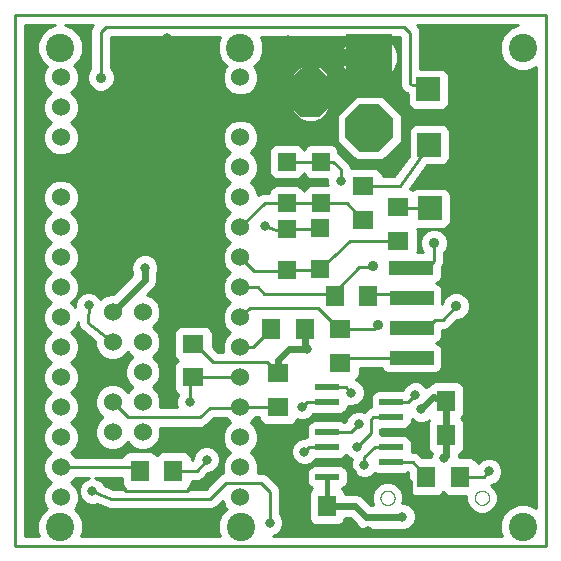
<source format=gtl>
G75*
%MOIN*%
%OFA0B0*%
%FSLAX25Y25*%
%IPPOS*%
%LPD*%
%AMOC8*
5,1,8,0,0,1.08239X$1,22.5*
%
%ADD10C,0.01000*%
%ADD11R,0.06299X0.07087*%
%ADD12R,0.07874X0.01969*%
%ADD13C,0.06024*%
%ADD14R,0.05906X0.05906*%
%ADD15OC8,0.15748*%
%ADD16R,0.15748X0.15748*%
%ADD17C,0.07677*%
%ADD18R,0.07098X0.06299*%
%ADD19R,0.06299X0.07098*%
%ADD20R,0.07874X0.07874*%
%ADD21R,0.14567X0.04528*%
%ADD22C,0.00000*%
%ADD23C,0.03562*%
%ADD24C,0.03200*%
%ADD25C,0.02400*%
%ADD26C,0.03200*%
%ADD27C,0.05600*%
%ADD28C,0.01600*%
%ADD29C,0.09449*%
D10*
X0019234Y0003118D02*
X0019234Y0180283D01*
X0196399Y0180283D01*
X0196399Y0003118D01*
X0019234Y0003118D01*
X0022634Y0006518D02*
X0022634Y0176883D01*
X0032675Y0176883D01*
X0030015Y0175782D01*
X0027870Y0173637D01*
X0026709Y0170835D01*
X0026709Y0167802D01*
X0027870Y0164999D01*
X0029879Y0162990D01*
X0029576Y0162687D01*
X0028676Y0160515D01*
X0028676Y0158163D01*
X0029576Y0155990D01*
X0031228Y0154339D01*
X0029576Y0152687D01*
X0028676Y0150515D01*
X0028676Y0148163D01*
X0029576Y0145990D01*
X0031228Y0144339D01*
X0029576Y0142687D01*
X0028676Y0140515D01*
X0028676Y0138163D01*
X0029576Y0135990D01*
X0031239Y0134327D01*
X0033412Y0133427D01*
X0035764Y0133427D01*
X0037937Y0134327D01*
X0039600Y0135990D01*
X0040500Y0138163D01*
X0040500Y0140515D01*
X0039600Y0142687D01*
X0037949Y0144339D01*
X0039600Y0145990D01*
X0040500Y0148163D01*
X0040500Y0150515D01*
X0039600Y0152687D01*
X0037949Y0154339D01*
X0039600Y0155990D01*
X0040500Y0158163D01*
X0040500Y0160515D01*
X0039600Y0162687D01*
X0039043Y0163245D01*
X0040798Y0164999D01*
X0041958Y0167802D01*
X0041958Y0170835D01*
X0040798Y0173637D01*
X0038653Y0175782D01*
X0035993Y0176883D01*
X0045391Y0176883D01*
X0044951Y0176444D01*
X0044434Y0175194D01*
X0044434Y0162538D01*
X0043865Y0161970D01*
X0043153Y0160249D01*
X0043153Y0158387D01*
X0043865Y0156666D01*
X0045182Y0155350D01*
X0046903Y0154637D01*
X0048765Y0154637D01*
X0050485Y0155350D01*
X0051802Y0156666D01*
X0052515Y0158387D01*
X0052515Y0160249D01*
X0051802Y0161970D01*
X0051234Y0162538D01*
X0051234Y0172818D01*
X0087672Y0172818D01*
X0086809Y0170735D01*
X0086809Y0167702D01*
X0087970Y0164899D01*
X0089800Y0163069D01*
X0089419Y0162687D01*
X0088519Y0160515D01*
X0088519Y0158163D01*
X0089419Y0155990D01*
X0091082Y0154327D01*
X0093255Y0153427D01*
X0095607Y0153427D01*
X0097779Y0154327D01*
X0099442Y0155990D01*
X0100343Y0158163D01*
X0100343Y0160515D01*
X0099442Y0162687D01*
X0099064Y0163066D01*
X0100898Y0164899D01*
X0102058Y0167702D01*
X0102058Y0170735D01*
X0101195Y0172818D01*
X0147634Y0172818D01*
X0147634Y0157819D01*
X0147589Y0157680D01*
X0147634Y0157147D01*
X0147634Y0156613D01*
X0147690Y0156478D01*
X0147702Y0156332D01*
X0147947Y0155857D01*
X0148151Y0155363D01*
X0148255Y0155260D01*
X0148321Y0155130D01*
X0148730Y0154785D01*
X0149108Y0154407D01*
X0149243Y0154351D01*
X0149354Y0154257D01*
X0149863Y0154094D01*
X0150224Y0153944D01*
X0150224Y0150848D01*
X0150666Y0149782D01*
X0151482Y0148966D01*
X0152548Y0148524D01*
X0161575Y0148524D01*
X0162641Y0148966D01*
X0163457Y0149782D01*
X0163898Y0150848D01*
X0163898Y0159875D01*
X0163457Y0160941D01*
X0162641Y0161757D01*
X0161575Y0162198D01*
X0154434Y0162198D01*
X0154434Y0173687D01*
X0154450Y0173729D01*
X0154434Y0174362D01*
X0154434Y0174994D01*
X0154417Y0175036D01*
X0154415Y0175081D01*
X0154158Y0175660D01*
X0153916Y0176244D01*
X0153884Y0176276D01*
X0153866Y0176317D01*
X0153407Y0176753D01*
X0153277Y0176883D01*
X0187007Y0176883D01*
X0184206Y0175723D01*
X0182062Y0173579D01*
X0180901Y0170776D01*
X0180901Y0167743D01*
X0182062Y0164941D01*
X0184206Y0162796D01*
X0187009Y0161635D01*
X0190042Y0161635D01*
X0192844Y0162796D01*
X0192999Y0162951D01*
X0192999Y0015805D01*
X0192844Y0015960D01*
X0190042Y0017120D01*
X0187009Y0017120D01*
X0184206Y0015960D01*
X0182062Y0013815D01*
X0180901Y0011013D01*
X0180901Y0007979D01*
X0181506Y0006518D01*
X0105231Y0006518D01*
X0106822Y0007177D01*
X0108088Y0008443D01*
X0108773Y0010097D01*
X0108773Y0011887D01*
X0108088Y0013541D01*
X0107673Y0013956D01*
X0107673Y0021905D01*
X0107156Y0023154D01*
X0104166Y0026144D01*
X0103209Y0027100D01*
X0101960Y0027618D01*
X0100117Y0027618D01*
X0100343Y0028163D01*
X0100343Y0030515D01*
X0099442Y0032687D01*
X0097791Y0034339D01*
X0099442Y0035990D01*
X0100343Y0038163D01*
X0100343Y0040515D01*
X0099442Y0042687D01*
X0097791Y0044339D01*
X0099442Y0045990D01*
X0099483Y0046088D01*
X0100580Y0046088D01*
X0100580Y0045762D01*
X0101021Y0044696D01*
X0101837Y0043880D01*
X0102903Y0043439D01*
X0111155Y0043439D01*
X0112221Y0043880D01*
X0113037Y0044696D01*
X0113313Y0045363D01*
X0114008Y0045075D01*
X0115798Y0045075D01*
X0117452Y0045760D01*
X0118718Y0047026D01*
X0118821Y0047274D01*
X0118875Y0047251D01*
X0127903Y0047251D01*
X0128969Y0047693D01*
X0129784Y0048508D01*
X0130226Y0049574D01*
X0130226Y0049931D01*
X0130543Y0049799D01*
X0132334Y0049799D01*
X0133988Y0050484D01*
X0135253Y0051750D01*
X0135939Y0053404D01*
X0135939Y0055194D01*
X0135253Y0056848D01*
X0133988Y0058114D01*
X0132779Y0058615D01*
X0132962Y0058690D01*
X0133778Y0059506D01*
X0134219Y0060572D01*
X0134219Y0062452D01*
X0141566Y0062452D01*
X0141775Y0061945D01*
X0142591Y0061130D01*
X0143657Y0060688D01*
X0159378Y0060688D01*
X0160444Y0061130D01*
X0161259Y0061945D01*
X0161701Y0063011D01*
X0161701Y0068693D01*
X0161259Y0069758D01*
X0160444Y0070574D01*
X0159773Y0070852D01*
X0160444Y0071130D01*
X0161259Y0071945D01*
X0161701Y0073011D01*
X0161701Y0075218D01*
X0162610Y0075218D01*
X0163860Y0075736D01*
X0166461Y0078337D01*
X0167265Y0078337D01*
X0168985Y0079050D01*
X0170302Y0080366D01*
X0171015Y0082087D01*
X0171015Y0083949D01*
X0170302Y0085670D01*
X0168985Y0086987D01*
X0167265Y0087699D01*
X0165403Y0087699D01*
X0163682Y0086987D01*
X0162365Y0085670D01*
X0161661Y0083970D01*
X0161661Y0088693D01*
X0161220Y0089758D01*
X0160404Y0090574D01*
X0159714Y0090860D01*
X0160365Y0091130D01*
X0161181Y0091945D01*
X0161622Y0093011D01*
X0161622Y0096198D01*
X0161716Y0096292D01*
X0162234Y0097542D01*
X0162234Y0100998D01*
X0162802Y0101566D01*
X0163515Y0103287D01*
X0163515Y0105149D01*
X0162802Y0106870D01*
X0161485Y0108187D01*
X0159765Y0108899D01*
X0157903Y0108899D01*
X0156182Y0108187D01*
X0154865Y0106870D01*
X0154153Y0105149D01*
X0154153Y0103287D01*
X0154865Y0101566D01*
X0155416Y0101016D01*
X0153414Y0101016D01*
X0153504Y0101232D01*
X0153504Y0108685D01*
X0153404Y0108925D01*
X0162163Y0108925D01*
X0163229Y0109367D01*
X0164044Y0110182D01*
X0164486Y0111248D01*
X0164486Y0120276D01*
X0164044Y0121342D01*
X0163229Y0122158D01*
X0162163Y0122599D01*
X0153135Y0122599D01*
X0152069Y0122158D01*
X0151842Y0121931D01*
X0151180Y0122205D01*
X0151043Y0122205D01*
X0156667Y0130102D01*
X0161875Y0130102D01*
X0162941Y0130544D01*
X0163757Y0131360D01*
X0164198Y0132426D01*
X0164198Y0141453D01*
X0163757Y0142519D01*
X0162941Y0143335D01*
X0161875Y0143776D01*
X0152848Y0143776D01*
X0151782Y0143335D01*
X0150966Y0142519D01*
X0150524Y0141453D01*
X0150524Y0133199D01*
X0145716Y0126447D01*
X0141869Y0126447D01*
X0141869Y0126774D01*
X0141427Y0127840D01*
X0140612Y0128655D01*
X0139546Y0129097D01*
X0131295Y0129097D01*
X0131295Y0129385D01*
X0130778Y0130635D01*
X0129821Y0131591D01*
X0127262Y0134150D01*
X0127055Y0134236D01*
X0127055Y0134797D01*
X0126614Y0135863D01*
X0125798Y0136679D01*
X0124732Y0137120D01*
X0117673Y0137120D01*
X0116607Y0136679D01*
X0115791Y0135863D01*
X0115494Y0135145D01*
X0115196Y0135863D01*
X0114381Y0136679D01*
X0113315Y0137120D01*
X0106255Y0137120D01*
X0105190Y0136679D01*
X0104374Y0135863D01*
X0103932Y0134797D01*
X0103932Y0127738D01*
X0104374Y0126672D01*
X0105190Y0125856D01*
X0106255Y0125415D01*
X0113315Y0125415D01*
X0114381Y0125856D01*
X0115196Y0126672D01*
X0115494Y0127390D01*
X0115791Y0126672D01*
X0116607Y0125856D01*
X0117673Y0125415D01*
X0123395Y0125415D01*
X0123395Y0123877D01*
X0123617Y0123341D01*
X0117673Y0123341D01*
X0116607Y0122899D01*
X0115791Y0122084D01*
X0115494Y0121366D01*
X0115196Y0122084D01*
X0114381Y0122899D01*
X0113315Y0123341D01*
X0106255Y0123341D01*
X0105190Y0122899D01*
X0104374Y0122084D01*
X0103932Y0121018D01*
X0103932Y0120888D01*
X0101904Y0120888D01*
X0100654Y0120371D01*
X0100343Y0120059D01*
X0100343Y0120515D01*
X0099442Y0122687D01*
X0097791Y0124339D01*
X0099442Y0125990D01*
X0100343Y0128163D01*
X0100343Y0130515D01*
X0099442Y0132687D01*
X0097791Y0134339D01*
X0099442Y0135990D01*
X0100343Y0138163D01*
X0100343Y0140515D01*
X0099442Y0142687D01*
X0097779Y0144350D01*
X0095607Y0145250D01*
X0093255Y0145250D01*
X0091082Y0144350D01*
X0089419Y0142687D01*
X0088519Y0140515D01*
X0088519Y0138163D01*
X0089419Y0135990D01*
X0091070Y0134339D01*
X0089419Y0132687D01*
X0088519Y0130515D01*
X0088519Y0128163D01*
X0089419Y0125990D01*
X0091070Y0124339D01*
X0089419Y0122687D01*
X0088519Y0120515D01*
X0088519Y0118163D01*
X0089419Y0115990D01*
X0091070Y0114339D01*
X0089419Y0112687D01*
X0088519Y0110515D01*
X0088519Y0108163D01*
X0089419Y0105990D01*
X0091070Y0104339D01*
X0089419Y0102687D01*
X0088519Y0100515D01*
X0088519Y0098163D01*
X0089419Y0095990D01*
X0091070Y0094339D01*
X0089419Y0092687D01*
X0088519Y0090515D01*
X0088519Y0088163D01*
X0089419Y0085990D01*
X0091070Y0084339D01*
X0089419Y0082687D01*
X0088519Y0080515D01*
X0088519Y0078163D01*
X0089419Y0075990D01*
X0091070Y0074339D01*
X0089419Y0072687D01*
X0088519Y0070515D01*
X0088519Y0068163D01*
X0088613Y0067935D01*
X0086784Y0067935D01*
X0085132Y0069587D01*
X0085132Y0074254D01*
X0084690Y0075320D01*
X0083875Y0076136D01*
X0082809Y0076577D01*
X0074557Y0076577D01*
X0073491Y0076136D01*
X0072675Y0075320D01*
X0072233Y0074254D01*
X0072233Y0066801D01*
X0072675Y0065735D01*
X0073481Y0064929D01*
X0072675Y0064123D01*
X0072233Y0063057D01*
X0072233Y0055604D01*
X0072675Y0054538D01*
X0073491Y0053723D01*
X0073666Y0053650D01*
X0073002Y0052045D01*
X0067705Y0052045D01*
X0067705Y0052326D02*
X0066805Y0054498D01*
X0065153Y0056150D01*
X0066805Y0057801D01*
X0067705Y0059974D01*
X0067705Y0062326D01*
X0066805Y0064498D01*
X0065153Y0066150D01*
X0066805Y0067801D01*
X0067705Y0069974D01*
X0067705Y0072326D01*
X0066805Y0074498D01*
X0065153Y0076150D01*
X0066805Y0077801D01*
X0067705Y0079974D01*
X0067705Y0082326D01*
X0066805Y0084498D01*
X0065142Y0086161D01*
X0063347Y0086905D01*
X0066016Y0089574D01*
X0066640Y0091081D01*
X0066640Y0093967D01*
X0067104Y0095087D01*
X0067104Y0096877D01*
X0066419Y0098531D01*
X0065153Y0099797D01*
X0063499Y0100482D01*
X0061709Y0100482D01*
X0060055Y0099797D01*
X0058789Y0098531D01*
X0058104Y0096877D01*
X0058104Y0095087D01*
X0058440Y0094275D01*
X0058440Y0093595D01*
X0051906Y0087061D01*
X0050617Y0087061D01*
X0048444Y0086161D01*
X0047825Y0085542D01*
X0047649Y0085967D01*
X0046383Y0087233D01*
X0044729Y0087918D01*
X0042939Y0087918D01*
X0041285Y0087233D01*
X0040019Y0085967D01*
X0039334Y0084313D01*
X0039334Y0082953D01*
X0037949Y0084339D01*
X0039600Y0085990D01*
X0040500Y0088163D01*
X0040500Y0090515D01*
X0039600Y0092687D01*
X0037949Y0094339D01*
X0039600Y0095990D01*
X0040500Y0098163D01*
X0040500Y0100515D01*
X0039600Y0102687D01*
X0037949Y0104339D01*
X0039600Y0105990D01*
X0040500Y0108163D01*
X0040500Y0110515D01*
X0039600Y0112687D01*
X0037949Y0114339D01*
X0039600Y0115990D01*
X0040500Y0118163D01*
X0040500Y0120515D01*
X0039600Y0122687D01*
X0037937Y0124350D01*
X0035764Y0125250D01*
X0033412Y0125250D01*
X0031239Y0124350D01*
X0029576Y0122687D01*
X0028676Y0120515D01*
X0028676Y0118163D01*
X0029576Y0115990D01*
X0031228Y0114339D01*
X0029576Y0112687D01*
X0028676Y0110515D01*
X0028676Y0108163D01*
X0029576Y0105990D01*
X0031228Y0104339D01*
X0029576Y0102687D01*
X0028676Y0100515D01*
X0028676Y0098163D01*
X0029576Y0095990D01*
X0031228Y0094339D01*
X0029576Y0092687D01*
X0028676Y0090515D01*
X0028676Y0088163D01*
X0029576Y0085990D01*
X0031228Y0084339D01*
X0029576Y0082687D01*
X0028676Y0080515D01*
X0028676Y0078163D01*
X0029576Y0075990D01*
X0031228Y0074339D01*
X0029576Y0072687D01*
X0028676Y0070515D01*
X0028676Y0068163D01*
X0029576Y0065990D01*
X0031228Y0064339D01*
X0029576Y0062687D01*
X0028676Y0060515D01*
X0028676Y0058163D01*
X0029576Y0055990D01*
X0031228Y0054339D01*
X0029576Y0052687D01*
X0028676Y0050515D01*
X0028676Y0048163D01*
X0029576Y0045990D01*
X0031228Y0044339D01*
X0029576Y0042687D01*
X0028676Y0040515D01*
X0028676Y0038163D01*
X0029576Y0035990D01*
X0031228Y0034339D01*
X0029576Y0032687D01*
X0028676Y0030515D01*
X0028676Y0028163D01*
X0029576Y0025990D01*
X0031228Y0024339D01*
X0029576Y0022687D01*
X0028676Y0020515D01*
X0028676Y0018163D01*
X0029576Y0015990D01*
X0029811Y0015755D01*
X0027870Y0013815D01*
X0026709Y0011013D01*
X0026709Y0007979D01*
X0027315Y0006518D01*
X0022634Y0006518D01*
X0022634Y0006518D01*
X0022634Y0007112D02*
X0027069Y0007112D01*
X0026709Y0008111D02*
X0022634Y0008111D01*
X0022634Y0009109D02*
X0026709Y0009109D01*
X0026709Y0010108D02*
X0022634Y0010108D01*
X0022634Y0011106D02*
X0026748Y0011106D01*
X0027162Y0012105D02*
X0022634Y0012105D01*
X0022634Y0013103D02*
X0027575Y0013103D01*
X0028157Y0014102D02*
X0022634Y0014102D01*
X0022634Y0015100D02*
X0029156Y0015100D01*
X0029531Y0016099D02*
X0022634Y0016099D01*
X0022634Y0017097D02*
X0029118Y0017097D01*
X0028704Y0018096D02*
X0022634Y0018096D01*
X0022634Y0019094D02*
X0028676Y0019094D01*
X0028676Y0020093D02*
X0022634Y0020093D01*
X0022634Y0021091D02*
X0028915Y0021091D01*
X0029329Y0022090D02*
X0022634Y0022090D01*
X0022634Y0023088D02*
X0029977Y0023088D01*
X0030976Y0024087D02*
X0022634Y0024087D01*
X0022634Y0025085D02*
X0030481Y0025085D01*
X0029537Y0026084D02*
X0022634Y0026084D01*
X0022634Y0027082D02*
X0029124Y0027082D01*
X0028710Y0028081D02*
X0022634Y0028081D01*
X0022634Y0029079D02*
X0028676Y0029079D01*
X0028676Y0030078D02*
X0022634Y0030078D01*
X0022634Y0031076D02*
X0028909Y0031076D01*
X0029323Y0032075D02*
X0022634Y0032075D01*
X0022634Y0033073D02*
X0029962Y0033073D01*
X0030961Y0034072D02*
X0022634Y0034072D01*
X0022634Y0035070D02*
X0030496Y0035070D01*
X0029544Y0036069D02*
X0022634Y0036069D01*
X0022634Y0037067D02*
X0029130Y0037067D01*
X0028716Y0038066D02*
X0022634Y0038066D01*
X0022634Y0039065D02*
X0028676Y0039065D01*
X0028676Y0040063D02*
X0022634Y0040063D01*
X0022634Y0041062D02*
X0028903Y0041062D01*
X0029317Y0042060D02*
X0022634Y0042060D01*
X0022634Y0043059D02*
X0029948Y0043059D01*
X0030946Y0044057D02*
X0022634Y0044057D01*
X0022634Y0045056D02*
X0030511Y0045056D01*
X0029550Y0046054D02*
X0022634Y0046054D01*
X0022634Y0047053D02*
X0029136Y0047053D01*
X0028723Y0048051D02*
X0022634Y0048051D01*
X0022634Y0049050D02*
X0028676Y0049050D01*
X0028676Y0050048D02*
X0022634Y0050048D01*
X0022634Y0051047D02*
X0028897Y0051047D01*
X0029310Y0052045D02*
X0022634Y0052045D01*
X0022634Y0053044D02*
X0029933Y0053044D01*
X0030931Y0054042D02*
X0022634Y0054042D01*
X0022634Y0055041D02*
X0030525Y0055041D01*
X0029556Y0056039D02*
X0022634Y0056039D01*
X0022634Y0057038D02*
X0029142Y0057038D01*
X0028729Y0058036D02*
X0022634Y0058036D01*
X0022634Y0059035D02*
X0028676Y0059035D01*
X0028676Y0060033D02*
X0022634Y0060033D01*
X0022634Y0061032D02*
X0028891Y0061032D01*
X0029304Y0062030D02*
X0022634Y0062030D01*
X0022634Y0063029D02*
X0029918Y0063029D01*
X0030916Y0064027D02*
X0022634Y0064027D01*
X0022634Y0065026D02*
X0030540Y0065026D01*
X0029562Y0066024D02*
X0022634Y0066024D01*
X0022634Y0067023D02*
X0029148Y0067023D01*
X0028735Y0068021D02*
X0022634Y0068021D01*
X0022634Y0069020D02*
X0028676Y0069020D01*
X0028676Y0070018D02*
X0022634Y0070018D01*
X0022634Y0071017D02*
X0028884Y0071017D01*
X0029298Y0072015D02*
X0022634Y0072015D01*
X0022634Y0073014D02*
X0029903Y0073014D01*
X0030901Y0074012D02*
X0022634Y0074012D01*
X0022634Y0075011D02*
X0030555Y0075011D01*
X0029568Y0076009D02*
X0022634Y0076009D01*
X0022634Y0077008D02*
X0029155Y0077008D01*
X0028741Y0078006D02*
X0022634Y0078006D01*
X0022634Y0079005D02*
X0028676Y0079005D01*
X0028676Y0080003D02*
X0022634Y0080003D01*
X0022634Y0081002D02*
X0028878Y0081002D01*
X0029292Y0082001D02*
X0022634Y0082001D01*
X0022634Y0082999D02*
X0029888Y0082999D01*
X0030887Y0083998D02*
X0022634Y0083998D01*
X0022634Y0084996D02*
X0030570Y0084996D01*
X0029574Y0085995D02*
X0022634Y0085995D01*
X0022634Y0086993D02*
X0029161Y0086993D01*
X0028747Y0087992D02*
X0022634Y0087992D01*
X0022634Y0088990D02*
X0028676Y0088990D01*
X0028676Y0089989D02*
X0022634Y0089989D01*
X0022634Y0090987D02*
X0028872Y0090987D01*
X0029286Y0091986D02*
X0022634Y0091986D01*
X0022634Y0092984D02*
X0029873Y0092984D01*
X0030872Y0093983D02*
X0022634Y0093983D01*
X0022634Y0094981D02*
X0030585Y0094981D01*
X0029587Y0095980D02*
X0022634Y0095980D01*
X0022634Y0096978D02*
X0029167Y0096978D01*
X0028753Y0097977D02*
X0022634Y0097977D01*
X0022634Y0098975D02*
X0028676Y0098975D01*
X0028676Y0099974D02*
X0022634Y0099974D01*
X0022634Y0100972D02*
X0028866Y0100972D01*
X0029280Y0101971D02*
X0022634Y0101971D01*
X0022634Y0102969D02*
X0029858Y0102969D01*
X0030857Y0103968D02*
X0022634Y0103968D01*
X0022634Y0104966D02*
X0030600Y0104966D01*
X0029601Y0105965D02*
X0022634Y0105965D01*
X0022634Y0106963D02*
X0029173Y0106963D01*
X0028760Y0107962D02*
X0022634Y0107962D01*
X0022634Y0108960D02*
X0028676Y0108960D01*
X0028676Y0109959D02*
X0022634Y0109959D01*
X0022634Y0110957D02*
X0028860Y0110957D01*
X0029273Y0111956D02*
X0022634Y0111956D01*
X0022634Y0112954D02*
X0029843Y0112954D01*
X0030842Y0113953D02*
X0022634Y0113953D01*
X0022634Y0114951D02*
X0030615Y0114951D01*
X0029616Y0115950D02*
X0022634Y0115950D01*
X0022634Y0116948D02*
X0029179Y0116948D01*
X0028766Y0117947D02*
X0022634Y0117947D01*
X0022634Y0118945D02*
X0028676Y0118945D01*
X0028676Y0119944D02*
X0022634Y0119944D01*
X0022634Y0120942D02*
X0028854Y0120942D01*
X0029267Y0121941D02*
X0022634Y0121941D01*
X0022634Y0122939D02*
X0029829Y0122939D01*
X0030827Y0123938D02*
X0022634Y0123938D01*
X0022634Y0124936D02*
X0032654Y0124936D01*
X0036522Y0124936D02*
X0090472Y0124936D01*
X0090670Y0123938D02*
X0038349Y0123938D01*
X0039348Y0122939D02*
X0089671Y0122939D01*
X0089110Y0121941D02*
X0039909Y0121941D01*
X0040323Y0120942D02*
X0088696Y0120942D01*
X0088519Y0119944D02*
X0040500Y0119944D01*
X0040500Y0118945D02*
X0088519Y0118945D01*
X0088608Y0117947D02*
X0040411Y0117947D01*
X0039997Y0116948D02*
X0089022Y0116948D01*
X0089459Y0115950D02*
X0039560Y0115950D01*
X0038562Y0114951D02*
X0090457Y0114951D01*
X0090684Y0113953D02*
X0038334Y0113953D01*
X0039333Y0112954D02*
X0089686Y0112954D01*
X0089116Y0111956D02*
X0039903Y0111956D01*
X0040317Y0110957D02*
X0088702Y0110957D01*
X0088519Y0109959D02*
X0040500Y0109959D01*
X0040500Y0108960D02*
X0088519Y0108960D01*
X0088602Y0107962D02*
X0040417Y0107962D01*
X0040003Y0106963D02*
X0089016Y0106963D01*
X0089444Y0105965D02*
X0039575Y0105965D01*
X0038576Y0104966D02*
X0090442Y0104966D01*
X0090699Y0103968D02*
X0038320Y0103968D01*
X0039318Y0102969D02*
X0089701Y0102969D01*
X0089122Y0101971D02*
X0039897Y0101971D01*
X0040310Y0100972D02*
X0088708Y0100972D01*
X0088519Y0099974D02*
X0064726Y0099974D01*
X0065975Y0098975D02*
X0088519Y0098975D01*
X0088596Y0097977D02*
X0066648Y0097977D01*
X0067062Y0096978D02*
X0089010Y0096978D01*
X0089429Y0095980D02*
X0067104Y0095980D01*
X0067060Y0094981D02*
X0090428Y0094981D01*
X0090714Y0093983D02*
X0066647Y0093983D01*
X0066640Y0092984D02*
X0089716Y0092984D01*
X0089128Y0091986D02*
X0066640Y0091986D01*
X0066601Y0090987D02*
X0088715Y0090987D01*
X0088519Y0089989D02*
X0066188Y0089989D01*
X0065432Y0088990D02*
X0088519Y0088990D01*
X0088590Y0087992D02*
X0064433Y0087992D01*
X0063435Y0086993D02*
X0089003Y0086993D01*
X0089417Y0085995D02*
X0065309Y0085995D01*
X0066307Y0084996D02*
X0090413Y0084996D01*
X0090729Y0083998D02*
X0067012Y0083998D01*
X0067426Y0082999D02*
X0089731Y0082999D01*
X0089134Y0082001D02*
X0067705Y0082001D01*
X0067705Y0081002D02*
X0088721Y0081002D01*
X0088519Y0080003D02*
X0067705Y0080003D01*
X0067303Y0079005D02*
X0088519Y0079005D01*
X0088584Y0078006D02*
X0066890Y0078006D01*
X0066012Y0077008D02*
X0088997Y0077008D01*
X0089411Y0076009D02*
X0084001Y0076009D01*
X0084818Y0075011D02*
X0090398Y0075011D01*
X0090744Y0074012D02*
X0085132Y0074012D01*
X0085132Y0073014D02*
X0089745Y0073014D01*
X0089141Y0072015D02*
X0085132Y0072015D01*
X0085132Y0071017D02*
X0088727Y0071017D01*
X0088519Y0070018D02*
X0085132Y0070018D01*
X0085699Y0069020D02*
X0088519Y0069020D01*
X0088577Y0068021D02*
X0086698Y0068021D01*
X0085376Y0064535D02*
X0103179Y0064535D01*
X0107029Y0060685D01*
X0116464Y0051135D02*
X0114903Y0049575D01*
X0116464Y0051135D02*
X0123389Y0051135D01*
X0123389Y0056175D02*
X0129563Y0056175D01*
X0131439Y0054299D01*
X0135589Y0056039D02*
X0148875Y0056039D01*
X0148884Y0056061D02*
X0148452Y0055020D01*
X0140135Y0055020D01*
X0139069Y0054578D01*
X0138253Y0053762D01*
X0137812Y0052697D01*
X0137812Y0049574D01*
X0137864Y0049448D01*
X0136825Y0049018D01*
X0136008Y0048200D01*
X0135602Y0047794D01*
X0134696Y0048169D01*
X0132906Y0048169D01*
X0131252Y0047484D01*
X0129986Y0046218D01*
X0129301Y0044564D01*
X0129301Y0044535D01*
X0129011Y0044535D01*
X0128969Y0044578D01*
X0127903Y0045020D01*
X0118875Y0045020D01*
X0117809Y0044578D01*
X0116993Y0043762D01*
X0116552Y0042697D01*
X0116552Y0039574D01*
X0116568Y0039535D01*
X0116535Y0039535D01*
X0115518Y0039114D01*
X0114795Y0039114D01*
X0113141Y0038429D01*
X0111876Y0037163D01*
X0111191Y0035509D01*
X0111191Y0033719D01*
X0111876Y0032065D01*
X0113141Y0030799D01*
X0114795Y0030114D01*
X0116586Y0030114D01*
X0118240Y0030799D01*
X0119505Y0032065D01*
X0119583Y0032251D01*
X0127903Y0032251D01*
X0128969Y0032693D01*
X0129754Y0033478D01*
X0130858Y0032374D01*
X0131632Y0032054D01*
X0131269Y0031179D01*
X0131269Y0029388D01*
X0131954Y0027734D01*
X0133220Y0026469D01*
X0134874Y0025783D01*
X0136664Y0025783D01*
X0138318Y0026469D01*
X0139404Y0027554D01*
X0140135Y0027251D01*
X0149163Y0027251D01*
X0150229Y0027693D01*
X0150271Y0027735D01*
X0150393Y0027735D01*
X0150393Y0022114D01*
X0150834Y0021048D01*
X0151650Y0020232D01*
X0152716Y0019791D01*
X0160169Y0019791D01*
X0161235Y0020232D01*
X0162041Y0021039D01*
X0162847Y0020232D01*
X0163913Y0019791D01*
X0169680Y0019791D01*
X0169680Y0018174D01*
X0170481Y0016240D01*
X0171962Y0014759D01*
X0173896Y0013958D01*
X0175989Y0013958D01*
X0177923Y0014759D01*
X0179404Y0016240D01*
X0180205Y0018174D01*
X0180205Y0020267D01*
X0179404Y0022201D01*
X0178091Y0023514D01*
X0178172Y0023514D01*
X0179826Y0024199D01*
X0181092Y0025465D01*
X0181777Y0027119D01*
X0181777Y0028909D01*
X0181092Y0030563D01*
X0179826Y0031829D01*
X0178172Y0032514D01*
X0176382Y0032514D01*
X0174728Y0031829D01*
X0173565Y0030666D01*
X0173247Y0031432D01*
X0172432Y0032248D01*
X0171366Y0032689D01*
X0167206Y0032689D01*
X0167197Y0033332D01*
X0167197Y0033847D01*
X0167789Y0034093D01*
X0168605Y0034908D01*
X0169046Y0035974D01*
X0169046Y0044215D01*
X0168605Y0045281D01*
X0168026Y0045859D01*
X0168605Y0046438D01*
X0169046Y0047504D01*
X0169046Y0055745D01*
X0168605Y0056810D01*
X0167789Y0057626D01*
X0166723Y0058068D01*
X0159270Y0058068D01*
X0158205Y0057626D01*
X0157389Y0056810D01*
X0157335Y0056681D01*
X0157195Y0056660D01*
X0156755Y0056396D01*
X0156347Y0056227D01*
X0155247Y0057327D01*
X0153594Y0058012D01*
X0151803Y0058012D01*
X0150149Y0057327D01*
X0148884Y0056061D01*
X0148461Y0055041D02*
X0135939Y0055041D01*
X0135939Y0054042D02*
X0138533Y0054042D01*
X0137956Y0053044D02*
X0135789Y0053044D01*
X0135376Y0052045D02*
X0137812Y0052045D01*
X0137812Y0051047D02*
X0134550Y0051047D01*
X0132935Y0050048D02*
X0137812Y0050048D01*
X0136902Y0049050D02*
X0130009Y0049050D01*
X0129327Y0048051D02*
X0132620Y0048051D01*
X0130820Y0047053D02*
X0118729Y0047053D01*
X0117746Y0046054D02*
X0129918Y0046054D01*
X0129504Y0045056D02*
X0113186Y0045056D01*
X0112398Y0044057D02*
X0117288Y0044057D01*
X0116702Y0043059D02*
X0099071Y0043059D01*
X0099702Y0042060D02*
X0116552Y0042060D01*
X0116552Y0041062D02*
X0100116Y0041062D01*
X0100343Y0040063D02*
X0116552Y0040063D01*
X0114676Y0039065D02*
X0100343Y0039065D01*
X0100302Y0038066D02*
X0112778Y0038066D01*
X0111836Y0037067D02*
X0099889Y0037067D01*
X0099475Y0036069D02*
X0111422Y0036069D01*
X0111191Y0035070D02*
X0098523Y0035070D01*
X0098058Y0034072D02*
X0111191Y0034072D01*
X0111458Y0033073D02*
X0099056Y0033073D01*
X0099696Y0032075D02*
X0111872Y0032075D01*
X0112864Y0031076D02*
X0100110Y0031076D01*
X0100343Y0030078D02*
X0131269Y0030078D01*
X0131269Y0031076D02*
X0118517Y0031076D01*
X0118875Y0030020D02*
X0117809Y0029578D01*
X0116993Y0028762D01*
X0116552Y0027697D01*
X0116552Y0024574D01*
X0116993Y0023508D01*
X0117809Y0022693D01*
X0118344Y0022471D01*
X0117563Y0021690D01*
X0117121Y0020624D01*
X0117121Y0012384D01*
X0117563Y0011318D01*
X0118379Y0010502D01*
X0119444Y0010061D01*
X0126897Y0010061D01*
X0127963Y0010502D01*
X0128779Y0011318D01*
X0129220Y0012384D01*
X0129220Y0012404D01*
X0130850Y0012404D01*
X0132858Y0010396D01*
X0134011Y0009242D01*
X0135518Y0008618D01*
X0147092Y0008618D01*
X0147473Y0008461D01*
X0149263Y0008461D01*
X0150917Y0009146D01*
X0152183Y0010412D01*
X0152868Y0012066D01*
X0152868Y0013856D01*
X0152183Y0015510D01*
X0150917Y0016776D01*
X0149263Y0017461D01*
X0148413Y0017461D01*
X0148709Y0018174D01*
X0148709Y0020267D01*
X0147908Y0022201D01*
X0146427Y0023682D01*
X0144493Y0024483D01*
X0142400Y0024483D01*
X0140466Y0023682D01*
X0138985Y0022201D01*
X0138184Y0020267D01*
X0138184Y0018174D01*
X0138746Y0016818D01*
X0138032Y0016818D01*
X0134870Y0019980D01*
X0133364Y0020604D01*
X0129220Y0020604D01*
X0129220Y0020624D01*
X0128779Y0021690D01*
X0128125Y0022343D01*
X0128969Y0022693D01*
X0129784Y0023508D01*
X0130226Y0024574D01*
X0130226Y0027697D01*
X0129784Y0028762D01*
X0128969Y0029578D01*
X0127903Y0030020D01*
X0118875Y0030020D01*
X0117310Y0029079D02*
X0100343Y0029079D01*
X0100309Y0028081D02*
X0116711Y0028081D01*
X0116552Y0027082D02*
X0103227Y0027082D01*
X0104166Y0026144D02*
X0104166Y0026144D01*
X0104226Y0026084D02*
X0116552Y0026084D01*
X0116552Y0025085D02*
X0105225Y0025085D01*
X0106223Y0024087D02*
X0116754Y0024087D01*
X0117414Y0023088D02*
X0107183Y0023088D01*
X0107597Y0022090D02*
X0117963Y0022090D01*
X0117315Y0021091D02*
X0107673Y0021091D01*
X0107673Y0020093D02*
X0117121Y0020093D01*
X0117121Y0019094D02*
X0107673Y0019094D01*
X0107673Y0018096D02*
X0117121Y0018096D01*
X0117121Y0017097D02*
X0107673Y0017097D01*
X0107673Y0016099D02*
X0117121Y0016099D01*
X0117121Y0015100D02*
X0107673Y0015100D01*
X0107673Y0014102D02*
X0117121Y0014102D01*
X0117121Y0013103D02*
X0108270Y0013103D01*
X0108683Y0012105D02*
X0117237Y0012105D01*
X0117774Y0011106D02*
X0108773Y0011106D01*
X0108773Y0010108D02*
X0119331Y0010108D01*
X0127011Y0010108D02*
X0133146Y0010108D01*
X0132147Y0011106D02*
X0128567Y0011106D01*
X0129105Y0012105D02*
X0131149Y0012105D01*
X0134333Y0009109D02*
X0108364Y0009109D01*
X0107756Y0008111D02*
X0180901Y0008111D01*
X0180901Y0009109D02*
X0150829Y0009109D01*
X0151879Y0010108D02*
X0180901Y0010108D01*
X0180940Y0011106D02*
X0152470Y0011106D01*
X0152868Y0012105D02*
X0181353Y0012105D01*
X0181767Y0013103D02*
X0152868Y0013103D01*
X0152766Y0014102D02*
X0173549Y0014102D01*
X0171621Y0015100D02*
X0152352Y0015100D01*
X0151594Y0016099D02*
X0170622Y0016099D01*
X0170126Y0017097D02*
X0150140Y0017097D01*
X0148676Y0018096D02*
X0169713Y0018096D01*
X0169680Y0019094D02*
X0148709Y0019094D01*
X0148709Y0020093D02*
X0151987Y0020093D01*
X0150817Y0021091D02*
X0148367Y0021091D01*
X0147954Y0022090D02*
X0150403Y0022090D01*
X0150393Y0023088D02*
X0147020Y0023088D01*
X0145449Y0024087D02*
X0150393Y0024087D01*
X0150393Y0025085D02*
X0130226Y0025085D01*
X0130226Y0026084D02*
X0134149Y0026084D01*
X0132606Y0027082D02*
X0130226Y0027082D01*
X0130067Y0028081D02*
X0131811Y0028081D01*
X0131397Y0029079D02*
X0129467Y0029079D01*
X0131580Y0032075D02*
X0119510Y0032075D01*
X0115691Y0034614D02*
X0117212Y0036135D01*
X0123389Y0036135D01*
X0123389Y0041135D02*
X0131267Y0041135D01*
X0133801Y0043669D01*
X0137934Y0045318D02*
X0137934Y0040716D01*
X0133407Y0036189D01*
X0135734Y0032718D02*
X0135734Y0030319D01*
X0135769Y0030283D01*
X0135734Y0032718D02*
X0139134Y0036118D01*
X0144631Y0036118D01*
X0144649Y0036135D01*
X0141326Y0040020D02*
X0141334Y0040039D01*
X0141334Y0042251D01*
X0149163Y0042251D01*
X0150229Y0042693D01*
X0151044Y0043508D01*
X0151486Y0044574D01*
X0151486Y0045605D01*
X0152118Y0044972D01*
X0153772Y0044287D01*
X0155562Y0044287D01*
X0157216Y0044972D01*
X0157293Y0045050D01*
X0156947Y0044215D01*
X0156947Y0035974D01*
X0157389Y0034908D01*
X0158125Y0034172D01*
X0157809Y0033409D01*
X0157809Y0032689D01*
X0155580Y0032689D01*
X0155510Y0032718D01*
X0155042Y0032718D01*
X0153742Y0034018D01*
X0152493Y0034535D01*
X0151470Y0034535D01*
X0151486Y0034574D01*
X0151486Y0037697D01*
X0151044Y0038762D01*
X0150229Y0039578D01*
X0149163Y0040020D01*
X0141326Y0040020D01*
X0141334Y0040063D02*
X0156947Y0040063D01*
X0156947Y0039065D02*
X0150742Y0039065D01*
X0151333Y0038066D02*
X0156947Y0038066D01*
X0156947Y0037067D02*
X0151486Y0037067D01*
X0151486Y0036069D02*
X0156947Y0036069D01*
X0157322Y0035070D02*
X0151486Y0035070D01*
X0153612Y0034072D02*
X0158084Y0034072D01*
X0157809Y0033073D02*
X0154687Y0033073D01*
X0151817Y0031135D02*
X0153634Y0029318D01*
X0154834Y0029318D01*
X0155534Y0028618D01*
X0155534Y0028149D01*
X0156443Y0026240D01*
X0150393Y0026084D02*
X0137390Y0026084D01*
X0138932Y0027082D02*
X0150393Y0027082D01*
X0151817Y0031135D02*
X0144649Y0031135D01*
X0141444Y0024087D02*
X0130024Y0024087D01*
X0129364Y0023088D02*
X0139872Y0023088D01*
X0138939Y0022090D02*
X0128379Y0022090D01*
X0129027Y0021091D02*
X0138526Y0021091D01*
X0138184Y0020093D02*
X0134598Y0020093D01*
X0135756Y0019094D02*
X0138184Y0019094D01*
X0138217Y0018096D02*
X0136754Y0018096D01*
X0137753Y0017097D02*
X0138630Y0017097D01*
X0130159Y0033073D02*
X0129349Y0033073D01*
X0141334Y0041062D02*
X0156947Y0041062D01*
X0156947Y0042060D02*
X0141334Y0042060D01*
X0137934Y0045318D02*
X0138751Y0046135D01*
X0144649Y0046135D01*
X0144649Y0051135D02*
X0150322Y0051135D01*
X0152698Y0053512D01*
X0149860Y0057038D02*
X0135064Y0057038D01*
X0134066Y0058036D02*
X0159194Y0058036D01*
X0157616Y0057038D02*
X0155536Y0057038D01*
X0160207Y0061032D02*
X0192999Y0061032D01*
X0192999Y0062030D02*
X0161294Y0062030D01*
X0161701Y0063029D02*
X0192999Y0063029D01*
X0192999Y0064027D02*
X0161701Y0064027D01*
X0161701Y0065026D02*
X0192999Y0065026D01*
X0192999Y0066024D02*
X0161701Y0066024D01*
X0161701Y0067023D02*
X0192999Y0067023D01*
X0192999Y0068021D02*
X0161701Y0068021D01*
X0161565Y0069020D02*
X0192999Y0069020D01*
X0192999Y0070018D02*
X0160999Y0070018D01*
X0160171Y0071017D02*
X0192999Y0071017D01*
X0192999Y0072015D02*
X0161288Y0072015D01*
X0161701Y0073014D02*
X0192999Y0073014D01*
X0192999Y0074012D02*
X0161701Y0074012D01*
X0161701Y0075011D02*
X0192999Y0075011D01*
X0192999Y0076009D02*
X0164134Y0076009D01*
X0165132Y0077008D02*
X0192999Y0077008D01*
X0192999Y0078006D02*
X0166131Y0078006D01*
X0168878Y0079005D02*
X0192999Y0079005D01*
X0192999Y0080003D02*
X0169939Y0080003D01*
X0170566Y0081002D02*
X0192999Y0081002D01*
X0192999Y0082001D02*
X0170979Y0082001D01*
X0171015Y0082999D02*
X0192999Y0082999D01*
X0192999Y0083998D02*
X0170995Y0083998D01*
X0170581Y0084996D02*
X0192999Y0084996D01*
X0192999Y0085995D02*
X0169977Y0085995D01*
X0168970Y0086993D02*
X0192999Y0086993D01*
X0192999Y0087992D02*
X0161661Y0087992D01*
X0161661Y0086993D02*
X0163698Y0086993D01*
X0162690Y0085995D02*
X0161661Y0085995D01*
X0161661Y0084996D02*
X0162086Y0084996D01*
X0161673Y0083998D02*
X0161661Y0083998D01*
X0166334Y0083018D02*
X0161934Y0078618D01*
X0159434Y0078618D01*
X0156668Y0075852D01*
X0151517Y0075852D01*
X0151517Y0065852D02*
X0129324Y0065852D01*
X0127770Y0064298D01*
X0134219Y0062030D02*
X0141740Y0062030D01*
X0142828Y0061032D02*
X0134219Y0061032D01*
X0133996Y0060033D02*
X0192999Y0060033D01*
X0192999Y0059035D02*
X0133306Y0059035D01*
X0134981Y0048051D02*
X0135859Y0048051D01*
X0150594Y0043059D02*
X0156947Y0043059D01*
X0156947Y0044057D02*
X0151272Y0044057D01*
X0151486Y0045056D02*
X0152035Y0045056D01*
X0168221Y0046054D02*
X0192999Y0046054D01*
X0192999Y0045056D02*
X0168698Y0045056D01*
X0169046Y0044057D02*
X0192999Y0044057D01*
X0192999Y0043059D02*
X0169046Y0043059D01*
X0169046Y0042060D02*
X0192999Y0042060D01*
X0192999Y0041062D02*
X0169046Y0041062D01*
X0169046Y0040063D02*
X0192999Y0040063D01*
X0192999Y0039065D02*
X0169046Y0039065D01*
X0169046Y0038066D02*
X0192999Y0038066D01*
X0192999Y0037067D02*
X0169046Y0037067D01*
X0169046Y0036069D02*
X0192999Y0036069D01*
X0192999Y0035070D02*
X0168672Y0035070D01*
X0167739Y0034072D02*
X0192999Y0034072D01*
X0192999Y0033073D02*
X0167201Y0033073D01*
X0172605Y0032075D02*
X0175322Y0032075D01*
X0173975Y0031076D02*
X0173395Y0031076D01*
X0177277Y0028014D02*
X0175503Y0026240D01*
X0167639Y0026240D01*
X0168533Y0026346D01*
X0168533Y0027614D01*
X0163184Y0020093D02*
X0160898Y0020093D01*
X0176336Y0014102D02*
X0182348Y0014102D01*
X0183347Y0015100D02*
X0178264Y0015100D01*
X0179263Y0016099D02*
X0184542Y0016099D01*
X0186953Y0017097D02*
X0179759Y0017097D01*
X0180172Y0018096D02*
X0192999Y0018096D01*
X0192999Y0019094D02*
X0180205Y0019094D01*
X0180205Y0020093D02*
X0192999Y0020093D01*
X0192999Y0021091D02*
X0179863Y0021091D01*
X0179450Y0022090D02*
X0192999Y0022090D01*
X0192999Y0023088D02*
X0178517Y0023088D01*
X0179555Y0024087D02*
X0192999Y0024087D01*
X0192999Y0025085D02*
X0180712Y0025085D01*
X0181348Y0026084D02*
X0192999Y0026084D01*
X0192999Y0027082D02*
X0181762Y0027082D01*
X0181777Y0028081D02*
X0192999Y0028081D01*
X0192999Y0029079D02*
X0181707Y0029079D01*
X0181293Y0030078D02*
X0192999Y0030078D01*
X0192999Y0031076D02*
X0180579Y0031076D01*
X0179233Y0032075D02*
X0192999Y0032075D01*
X0192999Y0047053D02*
X0168859Y0047053D01*
X0169046Y0048051D02*
X0192999Y0048051D01*
X0192999Y0049050D02*
X0169046Y0049050D01*
X0169046Y0050048D02*
X0192999Y0050048D01*
X0192999Y0051047D02*
X0169046Y0051047D01*
X0169046Y0052045D02*
X0192999Y0052045D01*
X0192999Y0053044D02*
X0169046Y0053044D01*
X0169046Y0054042D02*
X0192999Y0054042D01*
X0192999Y0055041D02*
X0169046Y0055041D01*
X0168924Y0056039D02*
X0192999Y0056039D01*
X0192999Y0057038D02*
X0168378Y0057038D01*
X0166799Y0058036D02*
X0192999Y0058036D01*
X0192999Y0088990D02*
X0161538Y0088990D01*
X0160990Y0089989D02*
X0192999Y0089989D01*
X0192999Y0090987D02*
X0160021Y0090987D01*
X0161197Y0091986D02*
X0192999Y0091986D01*
X0192999Y0092984D02*
X0161611Y0092984D01*
X0161622Y0093983D02*
X0192999Y0093983D01*
X0192999Y0094981D02*
X0161622Y0094981D01*
X0161622Y0095980D02*
X0192999Y0095980D01*
X0192999Y0096978D02*
X0162000Y0096978D01*
X0162234Y0097977D02*
X0192999Y0097977D01*
X0192999Y0098975D02*
X0162234Y0098975D01*
X0162234Y0099974D02*
X0192999Y0099974D01*
X0192999Y0100972D02*
X0162234Y0100972D01*
X0162970Y0101971D02*
X0192999Y0101971D01*
X0192999Y0102969D02*
X0163383Y0102969D01*
X0163515Y0103968D02*
X0192999Y0103968D01*
X0192999Y0104966D02*
X0163515Y0104966D01*
X0163177Y0105965D02*
X0192999Y0105965D01*
X0192999Y0106963D02*
X0162709Y0106963D01*
X0161710Y0107962D02*
X0192999Y0107962D01*
X0192999Y0108960D02*
X0162247Y0108960D01*
X0163821Y0109959D02*
X0192999Y0109959D01*
X0192999Y0110957D02*
X0164365Y0110957D01*
X0164486Y0111956D02*
X0192999Y0111956D01*
X0192999Y0112954D02*
X0164486Y0112954D01*
X0164486Y0113953D02*
X0192999Y0113953D01*
X0192999Y0114951D02*
X0164486Y0114951D01*
X0164486Y0115950D02*
X0192999Y0115950D01*
X0192999Y0116948D02*
X0164486Y0116948D01*
X0164486Y0117947D02*
X0192999Y0117947D01*
X0192999Y0118945D02*
X0164486Y0118945D01*
X0164486Y0119944D02*
X0192999Y0119944D01*
X0192999Y0120942D02*
X0164210Y0120942D01*
X0163445Y0121941D02*
X0192999Y0121941D01*
X0192999Y0122939D02*
X0151566Y0122939D01*
X0151817Y0121941D02*
X0151852Y0121941D01*
X0152277Y0123938D02*
X0192999Y0123938D01*
X0192999Y0124936D02*
X0152988Y0124936D01*
X0153699Y0125935D02*
X0192999Y0125935D01*
X0192999Y0126934D02*
X0154410Y0126934D01*
X0155121Y0127932D02*
X0192999Y0127932D01*
X0192999Y0128931D02*
X0155832Y0128931D01*
X0156543Y0129929D02*
X0192999Y0129929D01*
X0192999Y0130928D02*
X0163325Y0130928D01*
X0163992Y0131926D02*
X0192999Y0131926D01*
X0192999Y0132925D02*
X0164198Y0132925D01*
X0164198Y0133923D02*
X0192999Y0133923D01*
X0192999Y0134922D02*
X0164198Y0134922D01*
X0164198Y0135920D02*
X0192999Y0135920D01*
X0192999Y0136919D02*
X0164198Y0136919D01*
X0164198Y0137917D02*
X0192999Y0137917D01*
X0192999Y0138916D02*
X0164198Y0138916D01*
X0164198Y0139914D02*
X0192999Y0139914D01*
X0192999Y0140913D02*
X0164198Y0140913D01*
X0164009Y0141911D02*
X0192999Y0141911D01*
X0192999Y0142910D02*
X0163366Y0142910D01*
X0162484Y0148901D02*
X0192999Y0148901D01*
X0192999Y0149899D02*
X0163506Y0149899D01*
X0163898Y0150898D02*
X0192999Y0150898D01*
X0192999Y0151896D02*
X0163898Y0151896D01*
X0163898Y0152895D02*
X0192999Y0152895D01*
X0192999Y0153893D02*
X0163898Y0153893D01*
X0163898Y0154892D02*
X0192999Y0154892D01*
X0192999Y0155890D02*
X0163898Y0155890D01*
X0163898Y0156889D02*
X0192999Y0156889D01*
X0192999Y0157887D02*
X0163898Y0157887D01*
X0163898Y0158886D02*
X0192999Y0158886D01*
X0192999Y0159884D02*
X0163895Y0159884D01*
X0163481Y0160883D02*
X0192999Y0160883D01*
X0192999Y0161881D02*
X0190636Y0161881D01*
X0192928Y0162880D02*
X0192999Y0162880D01*
X0186415Y0161881D02*
X0162341Y0161881D01*
X0154434Y0162880D02*
X0184123Y0162880D01*
X0183124Y0163878D02*
X0154434Y0163878D01*
X0154434Y0164877D02*
X0182126Y0164877D01*
X0181674Y0165875D02*
X0154434Y0165875D01*
X0154434Y0166874D02*
X0181261Y0166874D01*
X0180901Y0167872D02*
X0154434Y0167872D01*
X0154434Y0168871D02*
X0180901Y0168871D01*
X0180901Y0169870D02*
X0154434Y0169870D01*
X0154434Y0170868D02*
X0180939Y0170868D01*
X0181352Y0171867D02*
X0154434Y0171867D01*
X0154434Y0172865D02*
X0181766Y0172865D01*
X0182346Y0173864D02*
X0154447Y0173864D01*
X0154434Y0174862D02*
X0183345Y0174862D01*
X0184537Y0175861D02*
X0154075Y0175861D01*
X0153301Y0176859D02*
X0186948Y0176859D01*
X0157061Y0155361D02*
X0151034Y0157289D01*
X0151034Y0174318D01*
X0149034Y0176218D01*
X0049534Y0176218D01*
X0047834Y0174518D01*
X0047834Y0159318D01*
X0051026Y0155890D02*
X0089518Y0155890D01*
X0089047Y0156889D02*
X0051894Y0156889D01*
X0052308Y0157887D02*
X0088633Y0157887D01*
X0088519Y0158886D02*
X0052515Y0158886D01*
X0052515Y0159884D02*
X0088519Y0159884D01*
X0088671Y0160883D02*
X0052252Y0160883D01*
X0051839Y0161881D02*
X0089085Y0161881D01*
X0089611Y0162880D02*
X0051234Y0162880D01*
X0051234Y0163878D02*
X0088991Y0163878D01*
X0087992Y0164877D02*
X0051234Y0164877D01*
X0051234Y0165875D02*
X0087566Y0165875D01*
X0087152Y0166874D02*
X0051234Y0166874D01*
X0051234Y0167872D02*
X0086809Y0167872D01*
X0086809Y0168871D02*
X0051234Y0168871D01*
X0051234Y0169870D02*
X0086809Y0169870D01*
X0086865Y0170868D02*
X0051234Y0170868D01*
X0051234Y0171867D02*
X0087278Y0171867D01*
X0099250Y0162880D02*
X0113762Y0162880D01*
X0113834Y0162952D02*
X0111938Y0161056D01*
X0110913Y0158580D01*
X0110913Y0155899D01*
X0111600Y0154239D01*
X0110913Y0152580D01*
X0110913Y0149899D01*
X0111938Y0147422D01*
X0113834Y0145527D01*
X0116311Y0144501D01*
X0118992Y0144501D01*
X0121468Y0145527D01*
X0123364Y0147422D01*
X0124390Y0149899D01*
X0124390Y0152580D01*
X0123702Y0154239D01*
X0124390Y0155899D01*
X0124390Y0158580D01*
X0123364Y0161056D01*
X0121468Y0162952D01*
X0118992Y0163978D01*
X0116311Y0163978D01*
X0113834Y0162952D01*
X0112763Y0161881D02*
X0099776Y0161881D01*
X0100190Y0160883D02*
X0111867Y0160883D01*
X0111453Y0159884D02*
X0100343Y0159884D01*
X0100343Y0158886D02*
X0111039Y0158886D01*
X0110913Y0157887D02*
X0100228Y0157887D01*
X0099815Y0156889D02*
X0110913Y0156889D01*
X0110916Y0155890D02*
X0099343Y0155890D01*
X0098345Y0154892D02*
X0111330Y0154892D01*
X0111457Y0153893D02*
X0096733Y0153893D01*
X0092128Y0153893D02*
X0038394Y0153893D01*
X0038502Y0154892D02*
X0046288Y0154892D01*
X0044642Y0155890D02*
X0039501Y0155890D01*
X0039972Y0156889D02*
X0043773Y0156889D01*
X0043360Y0157887D02*
X0040386Y0157887D01*
X0040500Y0158886D02*
X0043153Y0158886D01*
X0043153Y0159884D02*
X0040500Y0159884D01*
X0040347Y0160883D02*
X0043415Y0160883D01*
X0043829Y0161881D02*
X0039934Y0161881D01*
X0039407Y0162880D02*
X0044434Y0162880D01*
X0044434Y0163878D02*
X0039677Y0163878D01*
X0040675Y0164877D02*
X0044434Y0164877D01*
X0044434Y0165875D02*
X0041160Y0165875D01*
X0041574Y0166874D02*
X0044434Y0166874D01*
X0044434Y0167872D02*
X0041958Y0167872D01*
X0041958Y0168871D02*
X0044434Y0168871D01*
X0044434Y0169870D02*
X0041958Y0169870D01*
X0041944Y0170868D02*
X0044434Y0170868D01*
X0044434Y0171867D02*
X0041531Y0171867D01*
X0041117Y0172865D02*
X0044434Y0172865D01*
X0044434Y0173864D02*
X0040571Y0173864D01*
X0039572Y0174862D02*
X0044434Y0174862D01*
X0044710Y0175861D02*
X0038462Y0175861D01*
X0036052Y0176859D02*
X0045367Y0176859D01*
X0032616Y0176859D02*
X0022634Y0176859D01*
X0022634Y0175861D02*
X0030205Y0175861D01*
X0029095Y0174862D02*
X0022634Y0174862D01*
X0022634Y0173864D02*
X0028097Y0173864D01*
X0027550Y0172865D02*
X0022634Y0172865D01*
X0022634Y0171867D02*
X0027137Y0171867D01*
X0026723Y0170868D02*
X0022634Y0170868D01*
X0022634Y0169870D02*
X0026709Y0169870D01*
X0026709Y0168871D02*
X0022634Y0168871D01*
X0022634Y0167872D02*
X0026709Y0167872D01*
X0027094Y0166874D02*
X0022634Y0166874D01*
X0022634Y0165875D02*
X0027507Y0165875D01*
X0027992Y0164877D02*
X0022634Y0164877D01*
X0022634Y0163878D02*
X0028991Y0163878D01*
X0029769Y0162880D02*
X0022634Y0162880D01*
X0022634Y0161881D02*
X0029243Y0161881D01*
X0028829Y0160883D02*
X0022634Y0160883D01*
X0022634Y0159884D02*
X0028676Y0159884D01*
X0028676Y0158886D02*
X0022634Y0158886D01*
X0022634Y0157887D02*
X0028790Y0157887D01*
X0029204Y0156889D02*
X0022634Y0156889D01*
X0022634Y0155890D02*
X0029676Y0155890D01*
X0030674Y0154892D02*
X0022634Y0154892D01*
X0022634Y0153893D02*
X0030782Y0153893D01*
X0029784Y0152895D02*
X0022634Y0152895D01*
X0022634Y0151896D02*
X0029249Y0151896D01*
X0028835Y0150898D02*
X0022634Y0150898D01*
X0022634Y0149899D02*
X0028676Y0149899D01*
X0028676Y0148901D02*
X0022634Y0148901D01*
X0022634Y0147902D02*
X0028784Y0147902D01*
X0029198Y0146904D02*
X0022634Y0146904D01*
X0022634Y0145905D02*
X0029661Y0145905D01*
X0030659Y0144907D02*
X0022634Y0144907D01*
X0022634Y0143908D02*
X0030797Y0143908D01*
X0029799Y0142910D02*
X0022634Y0142910D01*
X0022634Y0141911D02*
X0029255Y0141911D01*
X0028841Y0140913D02*
X0022634Y0140913D01*
X0022634Y0139914D02*
X0028676Y0139914D01*
X0028676Y0138916D02*
X0022634Y0138916D01*
X0022634Y0137917D02*
X0028778Y0137917D01*
X0029192Y0136919D02*
X0022634Y0136919D01*
X0022634Y0135920D02*
X0029646Y0135920D01*
X0030645Y0134922D02*
X0022634Y0134922D01*
X0022634Y0133923D02*
X0032214Y0133923D01*
X0036962Y0133923D02*
X0090655Y0133923D01*
X0090487Y0134922D02*
X0038532Y0134922D01*
X0039530Y0135920D02*
X0089489Y0135920D01*
X0089034Y0136919D02*
X0039985Y0136919D01*
X0040398Y0137917D02*
X0088621Y0137917D01*
X0088519Y0138916D02*
X0040500Y0138916D01*
X0040500Y0139914D02*
X0088519Y0139914D01*
X0088684Y0140913D02*
X0040335Y0140913D01*
X0039921Y0141911D02*
X0089097Y0141911D01*
X0089641Y0142910D02*
X0039378Y0142910D01*
X0038379Y0143908D02*
X0090640Y0143908D01*
X0092425Y0144907D02*
X0038517Y0144907D01*
X0039515Y0145905D02*
X0113456Y0145905D01*
X0112457Y0146904D02*
X0039979Y0146904D01*
X0040392Y0147902D02*
X0111740Y0147902D01*
X0111326Y0148901D02*
X0040500Y0148901D01*
X0040500Y0149899D02*
X0110913Y0149899D01*
X0110913Y0150898D02*
X0040341Y0150898D01*
X0039928Y0151896D02*
X0110913Y0151896D01*
X0111043Y0152895D02*
X0039393Y0152895D01*
X0049380Y0154892D02*
X0090517Y0154892D01*
X0096436Y0144907D02*
X0115331Y0144907D01*
X0119972Y0144907D02*
X0126577Y0144907D01*
X0126577Y0145905D02*
X0121847Y0145905D01*
X0122845Y0146904D02*
X0126579Y0146904D01*
X0126577Y0146902D02*
X0126577Y0137977D01*
X0132888Y0131665D01*
X0141814Y0131665D01*
X0148125Y0137977D01*
X0148125Y0146902D01*
X0141814Y0153213D01*
X0132888Y0153213D01*
X0126577Y0146902D01*
X0127577Y0147902D02*
X0123563Y0147902D01*
X0123976Y0148901D02*
X0128576Y0148901D01*
X0129574Y0149899D02*
X0124390Y0149899D01*
X0124390Y0150898D02*
X0130573Y0150898D01*
X0131571Y0151896D02*
X0124390Y0151896D01*
X0124259Y0152895D02*
X0132570Y0152895D01*
X0133011Y0159301D02*
X0130534Y0160327D01*
X0128638Y0162222D01*
X0127613Y0164699D01*
X0127613Y0167380D01*
X0128638Y0169856D01*
X0130534Y0171752D01*
X0133011Y0172778D01*
X0135692Y0172778D01*
X0137351Y0172091D01*
X0139011Y0172778D01*
X0141692Y0172778D01*
X0144168Y0171752D01*
X0146064Y0169856D01*
X0147090Y0167380D01*
X0147090Y0164699D01*
X0146064Y0162222D01*
X0144168Y0160327D01*
X0141692Y0159301D01*
X0139011Y0159301D01*
X0137351Y0159988D01*
X0135692Y0159301D01*
X0133011Y0159301D01*
X0131602Y0159884D02*
X0123849Y0159884D01*
X0124263Y0158886D02*
X0147634Y0158886D01*
X0147634Y0159884D02*
X0143100Y0159884D01*
X0144724Y0160883D02*
X0147634Y0160883D01*
X0147634Y0161881D02*
X0145723Y0161881D01*
X0146336Y0162880D02*
X0147634Y0162880D01*
X0147634Y0163878D02*
X0146750Y0163878D01*
X0147090Y0164877D02*
X0147634Y0164877D01*
X0147634Y0165875D02*
X0147090Y0165875D01*
X0147090Y0166874D02*
X0147634Y0166874D01*
X0147634Y0167872D02*
X0146886Y0167872D01*
X0146472Y0168871D02*
X0147634Y0168871D01*
X0147634Y0169870D02*
X0146051Y0169870D01*
X0145052Y0170868D02*
X0147634Y0170868D01*
X0147634Y0171867D02*
X0143892Y0171867D01*
X0130810Y0171867D02*
X0101589Y0171867D01*
X0102003Y0170868D02*
X0129650Y0170868D01*
X0128652Y0169870D02*
X0102058Y0169870D01*
X0102058Y0168871D02*
X0128230Y0168871D01*
X0127817Y0167872D02*
X0102058Y0167872D01*
X0101715Y0166874D02*
X0127613Y0166874D01*
X0127613Y0165875D02*
X0101302Y0165875D01*
X0100875Y0164877D02*
X0127613Y0164877D01*
X0127952Y0163878D02*
X0119232Y0163878D01*
X0121540Y0162880D02*
X0128366Y0162880D01*
X0128979Y0161881D02*
X0122539Y0161881D01*
X0123436Y0160883D02*
X0129978Y0160883D01*
X0124390Y0157887D02*
X0147634Y0157887D01*
X0147634Y0156889D02*
X0124390Y0156889D01*
X0124386Y0155890D02*
X0147930Y0155890D01*
X0148603Y0154892D02*
X0123973Y0154892D01*
X0123846Y0153893D02*
X0150224Y0153893D01*
X0150224Y0152895D02*
X0142132Y0152895D01*
X0143131Y0151896D02*
X0150224Y0151896D01*
X0150224Y0150898D02*
X0144130Y0150898D01*
X0145128Y0149899D02*
X0150617Y0149899D01*
X0151639Y0148901D02*
X0146127Y0148901D01*
X0147125Y0147902D02*
X0192999Y0147902D01*
X0192999Y0146904D02*
X0148124Y0146904D01*
X0148125Y0145905D02*
X0192999Y0145905D01*
X0192999Y0144907D02*
X0148125Y0144907D01*
X0148125Y0143908D02*
X0192999Y0143908D01*
X0157361Y0136939D02*
X0147469Y0123047D01*
X0135420Y0123047D01*
X0139947Y0128931D02*
X0147485Y0128931D01*
X0148196Y0129929D02*
X0131070Y0129929D01*
X0130485Y0130928D02*
X0148907Y0130928D01*
X0149618Y0131926D02*
X0142075Y0131926D01*
X0143073Y0132925D02*
X0150329Y0132925D01*
X0150524Y0133923D02*
X0144072Y0133923D01*
X0145070Y0134922D02*
X0150524Y0134922D01*
X0150524Y0135920D02*
X0146069Y0135920D01*
X0147067Y0136919D02*
X0150524Y0136919D01*
X0150524Y0137917D02*
X0148066Y0137917D01*
X0148125Y0138916D02*
X0150524Y0138916D01*
X0150524Y0139914D02*
X0148125Y0139914D01*
X0148125Y0140913D02*
X0150524Y0140913D01*
X0150714Y0141911D02*
X0148125Y0141911D01*
X0148125Y0142910D02*
X0151357Y0142910D01*
X0146774Y0127932D02*
X0141335Y0127932D01*
X0141803Y0126934D02*
X0146063Y0126934D01*
X0147054Y0116155D02*
X0147447Y0115762D01*
X0157649Y0115762D01*
X0155957Y0107962D02*
X0153504Y0107962D01*
X0153504Y0106963D02*
X0154959Y0106963D01*
X0154491Y0105965D02*
X0153504Y0105965D01*
X0153504Y0104966D02*
X0154153Y0104966D01*
X0154153Y0103968D02*
X0153504Y0103968D01*
X0153504Y0102969D02*
X0154284Y0102969D01*
X0154698Y0101971D02*
X0153504Y0101971D01*
X0152505Y0096918D02*
X0151439Y0095852D01*
X0152505Y0096918D02*
X0157534Y0096918D01*
X0158834Y0098218D01*
X0158834Y0104218D01*
X0147054Y0104958D02*
X0130994Y0104958D01*
X0120977Y0095541D01*
X0121083Y0095047D01*
X0109785Y0095047D01*
X0109588Y0094850D01*
X0098919Y0094850D01*
X0094431Y0099339D01*
X0094431Y0089339D02*
X0100113Y0089339D01*
X0102234Y0087218D01*
X0124924Y0087218D01*
X0125808Y0086335D01*
X0125808Y0087892D01*
X0134034Y0096118D01*
X0138234Y0096118D01*
X0138534Y0096418D01*
X0138750Y0087047D02*
X0137005Y0086335D01*
X0138750Y0087047D02*
X0152061Y0087047D01*
X0151478Y0085852D01*
X0140134Y0076718D02*
X0138911Y0075495D01*
X0127770Y0075495D01*
X0127257Y0075495D01*
X0120234Y0082518D01*
X0097610Y0082518D01*
X0094431Y0079339D01*
X0094431Y0069339D02*
X0098560Y0069339D01*
X0104668Y0075446D01*
X0094431Y0059339D02*
X0078691Y0059339D01*
X0078683Y0059331D01*
X0077502Y0058150D01*
X0077502Y0051150D01*
X0073342Y0049431D02*
X0067480Y0049431D01*
X0067705Y0049974D01*
X0067705Y0052326D01*
X0067407Y0053044D02*
X0073415Y0053044D01*
X0073171Y0054042D02*
X0066994Y0054042D01*
X0066262Y0055041D02*
X0072467Y0055041D01*
X0072233Y0056039D02*
X0065264Y0056039D01*
X0066042Y0057038D02*
X0072233Y0057038D01*
X0072233Y0058036D02*
X0066902Y0058036D01*
X0067316Y0059035D02*
X0072233Y0059035D01*
X0072233Y0060033D02*
X0067705Y0060033D01*
X0067705Y0061032D02*
X0072233Y0061032D01*
X0072233Y0062030D02*
X0067705Y0062030D01*
X0067413Y0063029D02*
X0072233Y0063029D01*
X0072635Y0064027D02*
X0067000Y0064027D01*
X0066277Y0065026D02*
X0073384Y0065026D01*
X0072555Y0066024D02*
X0065279Y0066024D01*
X0066027Y0067023D02*
X0072233Y0067023D01*
X0072233Y0068021D02*
X0066896Y0068021D01*
X0067310Y0069020D02*
X0072233Y0069020D01*
X0072233Y0070018D02*
X0067705Y0070018D01*
X0067705Y0071017D02*
X0072233Y0071017D01*
X0072233Y0072015D02*
X0067705Y0072015D01*
X0067420Y0073014D02*
X0072233Y0073014D01*
X0072233Y0074012D02*
X0067006Y0074012D01*
X0066292Y0075011D02*
X0072547Y0075011D01*
X0073365Y0076009D02*
X0065294Y0076009D01*
X0056793Y0067789D02*
X0058432Y0066150D01*
X0056781Y0064498D01*
X0055881Y0062326D01*
X0055881Y0059974D01*
X0056781Y0057801D01*
X0058432Y0056150D01*
X0056793Y0054510D01*
X0055142Y0056161D01*
X0052969Y0057061D01*
X0050617Y0057061D01*
X0048444Y0056161D01*
X0046781Y0054498D01*
X0045881Y0052326D01*
X0045881Y0049974D01*
X0046781Y0047801D01*
X0048432Y0046150D01*
X0046781Y0044498D01*
X0045881Y0042326D01*
X0045881Y0039974D01*
X0046781Y0037801D01*
X0048444Y0036138D01*
X0050617Y0035238D01*
X0052969Y0035238D01*
X0055142Y0036138D01*
X0056793Y0037789D01*
X0058444Y0036138D01*
X0060617Y0035238D01*
X0062969Y0035238D01*
X0065142Y0036138D01*
X0066805Y0037801D01*
X0067705Y0039974D01*
X0067705Y0042326D01*
X0067578Y0042631D01*
X0081524Y0042631D01*
X0082773Y0043149D01*
X0085542Y0045918D01*
X0089491Y0045918D01*
X0091070Y0044339D01*
X0089419Y0042687D01*
X0088519Y0040515D01*
X0088519Y0038163D01*
X0089419Y0035990D01*
X0091070Y0034339D01*
X0089419Y0032687D01*
X0088519Y0030515D01*
X0088519Y0028163D01*
X0088776Y0027543D01*
X0087708Y0027100D01*
X0086751Y0026144D01*
X0082926Y0022318D01*
X0076892Y0022318D01*
X0077684Y0023110D01*
X0078126Y0024176D01*
X0078126Y0024902D01*
X0079252Y0024902D01*
X0079324Y0024876D01*
X0079925Y0024902D01*
X0080527Y0024902D01*
X0080598Y0024932D01*
X0080675Y0024935D01*
X0081221Y0025190D01*
X0081777Y0025420D01*
X0081831Y0025474D01*
X0081901Y0025507D01*
X0082308Y0025951D01*
X0082734Y0026376D01*
X0082763Y0026447D01*
X0083627Y0027390D01*
X0084034Y0027390D01*
X0085688Y0028075D01*
X0086953Y0029341D01*
X0087639Y0030995D01*
X0087639Y0032785D01*
X0086953Y0034439D01*
X0085688Y0035705D01*
X0084034Y0036390D01*
X0082243Y0036390D01*
X0080590Y0035705D01*
X0079324Y0034439D01*
X0078639Y0032785D01*
X0078639Y0032012D01*
X0078355Y0031702D01*
X0078126Y0031702D01*
X0078126Y0032428D01*
X0077684Y0033494D01*
X0076869Y0034310D01*
X0075803Y0034752D01*
X0068350Y0034752D01*
X0067284Y0034310D01*
X0066478Y0033504D01*
X0065672Y0034310D01*
X0064606Y0034752D01*
X0057153Y0034752D01*
X0056087Y0034310D01*
X0055271Y0033494D01*
X0054958Y0032739D01*
X0039549Y0032739D01*
X0037949Y0034339D01*
X0039600Y0035990D01*
X0040500Y0038163D01*
X0040500Y0040515D01*
X0039600Y0042687D01*
X0037949Y0044339D01*
X0039600Y0045990D01*
X0040500Y0048163D01*
X0040500Y0050515D01*
X0039600Y0052687D01*
X0037949Y0054339D01*
X0039600Y0055990D01*
X0040500Y0058163D01*
X0040500Y0060515D01*
X0039600Y0062687D01*
X0037949Y0064339D01*
X0039600Y0065990D01*
X0040500Y0068163D01*
X0040500Y0070515D01*
X0039600Y0072687D01*
X0037949Y0074339D01*
X0039600Y0075990D01*
X0040304Y0077690D01*
X0040331Y0077451D01*
X0040323Y0076991D01*
X0040404Y0076785D01*
X0040428Y0076564D01*
X0040650Y0076161D01*
X0040819Y0075733D01*
X0040973Y0075573D01*
X0041080Y0075379D01*
X0041439Y0075091D01*
X0041759Y0074760D01*
X0041962Y0074671D01*
X0045881Y0071530D01*
X0045881Y0069974D01*
X0046781Y0067801D01*
X0048444Y0066138D01*
X0050617Y0065238D01*
X0052969Y0065238D01*
X0055142Y0066138D01*
X0056793Y0067789D01*
X0056027Y0067023D02*
X0057559Y0067023D01*
X0058307Y0066024D02*
X0054868Y0066024D01*
X0056586Y0064027D02*
X0038260Y0064027D01*
X0038636Y0065026D02*
X0057309Y0065026D01*
X0056172Y0063029D02*
X0039259Y0063029D01*
X0039872Y0062030D02*
X0055881Y0062030D01*
X0055881Y0061032D02*
X0040286Y0061032D01*
X0040500Y0060033D02*
X0055881Y0060033D01*
X0056270Y0059035D02*
X0040500Y0059035D01*
X0040448Y0058036D02*
X0056684Y0058036D01*
X0057544Y0057038D02*
X0053026Y0057038D01*
X0055264Y0056039D02*
X0058322Y0056039D01*
X0057323Y0055041D02*
X0056262Y0055041D01*
X0051793Y0051150D02*
X0056911Y0046031D01*
X0080847Y0046031D01*
X0084134Y0049318D01*
X0094410Y0049318D01*
X0094431Y0049339D01*
X0094580Y0049488D01*
X0107029Y0049488D01*
X0100580Y0046054D02*
X0099469Y0046054D01*
X0098508Y0045056D02*
X0100872Y0045056D01*
X0101660Y0044057D02*
X0098073Y0044057D01*
X0090789Y0044057D02*
X0083681Y0044057D01*
X0084680Y0045056D02*
X0090353Y0045056D01*
X0089790Y0043059D02*
X0082555Y0043059D01*
X0088745Y0041062D02*
X0067705Y0041062D01*
X0067705Y0042060D02*
X0089159Y0042060D01*
X0088519Y0040063D02*
X0067705Y0040063D01*
X0067328Y0039065D02*
X0088519Y0039065D01*
X0088559Y0038066D02*
X0066915Y0038066D01*
X0066071Y0037067D02*
X0088973Y0037067D01*
X0089386Y0036069D02*
X0084808Y0036069D01*
X0086322Y0035070D02*
X0090338Y0035070D01*
X0090804Y0034072D02*
X0087105Y0034072D01*
X0087519Y0033073D02*
X0089805Y0033073D01*
X0089165Y0032075D02*
X0087639Y0032075D01*
X0087639Y0031076D02*
X0088752Y0031076D01*
X0088519Y0030078D02*
X0087259Y0030078D01*
X0086692Y0029079D02*
X0088519Y0029079D01*
X0088553Y0028081D02*
X0085694Y0028081D01*
X0087690Y0027082D02*
X0083345Y0027082D01*
X0082441Y0026084D02*
X0086691Y0026084D01*
X0085693Y0025085D02*
X0080997Y0025085D01*
X0079134Y0024018D02*
X0076734Y0021618D01*
X0056334Y0021618D01*
X0054434Y0023518D01*
X0054134Y0023518D01*
X0054867Y0024087D02*
X0048767Y0024087D01*
X0048839Y0024015D02*
X0049063Y0023473D01*
X0051852Y0022318D01*
X0056064Y0022318D01*
X0055271Y0023110D01*
X0054830Y0024176D01*
X0054830Y0025939D01*
X0045985Y0025939D01*
X0047573Y0025281D01*
X0048839Y0024015D01*
X0049992Y0023088D02*
X0055294Y0023088D01*
X0054830Y0025085D02*
X0047768Y0025085D01*
X0044062Y0025939D02*
X0042475Y0025281D01*
X0041209Y0024015D01*
X0040524Y0022361D01*
X0040524Y0020571D01*
X0041209Y0018917D01*
X0042475Y0017651D01*
X0044129Y0016966D01*
X0045919Y0016966D01*
X0046461Y0017191D01*
X0050029Y0015713D01*
X0050499Y0015518D01*
X0050499Y0015518D01*
X0050499Y0015518D01*
X0051179Y0015518D01*
X0085010Y0015518D01*
X0086260Y0016036D01*
X0087216Y0016992D01*
X0088519Y0018295D01*
X0088519Y0018163D01*
X0089419Y0015990D01*
X0089832Y0015577D01*
X0088070Y0013815D01*
X0086909Y0011013D01*
X0086909Y0007979D01*
X0087515Y0006518D01*
X0041353Y0006518D01*
X0041958Y0007979D01*
X0041958Y0011013D01*
X0040798Y0013815D01*
X0039111Y0015501D01*
X0039600Y0015990D01*
X0040500Y0018163D01*
X0040500Y0020515D01*
X0039600Y0022687D01*
X0037949Y0024339D01*
X0039549Y0025939D01*
X0044062Y0025939D01*
X0042279Y0025085D02*
X0038696Y0025085D01*
X0038200Y0024087D02*
X0041280Y0024087D01*
X0040825Y0023088D02*
X0039199Y0023088D01*
X0039847Y0022090D02*
X0040524Y0022090D01*
X0040524Y0021091D02*
X0040261Y0021091D01*
X0040500Y0020093D02*
X0040722Y0020093D01*
X0040500Y0019094D02*
X0041135Y0019094D01*
X0040472Y0018096D02*
X0042030Y0018096D01*
X0043812Y0017097D02*
X0040059Y0017097D01*
X0039645Y0016099D02*
X0049097Y0016099D01*
X0046687Y0017097D02*
X0046235Y0017097D01*
X0045024Y0021466D02*
X0051176Y0018918D01*
X0084334Y0018918D01*
X0089634Y0024218D01*
X0101283Y0024218D01*
X0104273Y0021228D01*
X0104273Y0010992D01*
X0106665Y0007112D02*
X0181260Y0007112D01*
X0192508Y0016099D02*
X0192999Y0016099D01*
X0192999Y0017097D02*
X0190098Y0017097D01*
X0122383Y0108827D02*
X0109785Y0108827D01*
X0109588Y0108630D01*
X0106242Y0108630D01*
X0102505Y0109693D01*
X0102580Y0117488D02*
X0094431Y0109339D01*
X0102580Y0117488D02*
X0109785Y0117488D01*
X0121202Y0117488D01*
X0129782Y0117488D01*
X0135420Y0111850D01*
X0122383Y0108827D02*
X0120977Y0109320D01*
X0115732Y0121941D02*
X0115255Y0121941D01*
X0114284Y0122939D02*
X0116704Y0122939D01*
X0116528Y0125935D02*
X0114459Y0125935D01*
X0115305Y0126934D02*
X0115683Y0126934D01*
X0121202Y0131268D02*
X0109785Y0131268D01*
X0103932Y0130928D02*
X0100171Y0130928D01*
X0100343Y0129929D02*
X0103932Y0129929D01*
X0103932Y0128931D02*
X0100343Y0128931D01*
X0100247Y0127932D02*
X0103932Y0127932D01*
X0104266Y0126934D02*
X0099833Y0126934D01*
X0099388Y0125935D02*
X0105111Y0125935D01*
X0105286Y0122939D02*
X0099190Y0122939D01*
X0099752Y0121941D02*
X0104315Y0121941D01*
X0103932Y0120942D02*
X0100165Y0120942D01*
X0098192Y0123938D02*
X0123395Y0123938D01*
X0123395Y0124936D02*
X0098389Y0124936D01*
X0099758Y0131926D02*
X0103932Y0131926D01*
X0103932Y0132925D02*
X0099205Y0132925D01*
X0098207Y0133923D02*
X0103932Y0133923D01*
X0103984Y0134922D02*
X0098374Y0134922D01*
X0099373Y0135920D02*
X0104431Y0135920D01*
X0105768Y0136919D02*
X0099827Y0136919D01*
X0100241Y0137917D02*
X0126637Y0137917D01*
X0126577Y0138916D02*
X0100343Y0138916D01*
X0100343Y0139914D02*
X0126577Y0139914D01*
X0126577Y0140913D02*
X0100178Y0140913D01*
X0099764Y0141911D02*
X0126577Y0141911D01*
X0126577Y0142910D02*
X0099220Y0142910D01*
X0098222Y0143908D02*
X0126577Y0143908D01*
X0127635Y0136919D02*
X0125219Y0136919D01*
X0126557Y0135920D02*
X0128634Y0135920D01*
X0129632Y0134922D02*
X0127004Y0134922D01*
X0127489Y0133923D02*
X0130631Y0133923D01*
X0131629Y0132925D02*
X0128488Y0132925D01*
X0129486Y0131926D02*
X0132628Y0131926D01*
X0127895Y0128709D02*
X0127895Y0124772D01*
X0127895Y0128709D02*
X0125336Y0131268D01*
X0121202Y0131268D01*
X0117185Y0136919D02*
X0113802Y0136919D01*
X0115139Y0135920D02*
X0115848Y0135920D01*
X0137100Y0159884D02*
X0137602Y0159884D01*
X0116071Y0163878D02*
X0099877Y0163878D01*
X0089656Y0132925D02*
X0022634Y0132925D01*
X0022634Y0131926D02*
X0089104Y0131926D01*
X0088690Y0130928D02*
X0022634Y0130928D01*
X0022634Y0129929D02*
X0088519Y0129929D01*
X0088519Y0128931D02*
X0022634Y0128931D01*
X0022634Y0127932D02*
X0088614Y0127932D01*
X0089028Y0126934D02*
X0022634Y0126934D01*
X0022634Y0125935D02*
X0089474Y0125935D01*
X0060482Y0099974D02*
X0040500Y0099974D01*
X0040500Y0098975D02*
X0059233Y0098975D01*
X0058559Y0097977D02*
X0040423Y0097977D01*
X0040009Y0096978D02*
X0058146Y0096978D01*
X0058104Y0095980D02*
X0039590Y0095980D01*
X0038591Y0094981D02*
X0058148Y0094981D01*
X0058440Y0093983D02*
X0038305Y0093983D01*
X0039303Y0092984D02*
X0057829Y0092984D01*
X0056831Y0091986D02*
X0039891Y0091986D01*
X0040304Y0090987D02*
X0055832Y0090987D01*
X0054834Y0089989D02*
X0040500Y0089989D01*
X0040500Y0088990D02*
X0053835Y0088990D01*
X0052837Y0087992D02*
X0040429Y0087992D01*
X0040016Y0086993D02*
X0041045Y0086993D01*
X0040046Y0085995D02*
X0039602Y0085995D01*
X0039617Y0084996D02*
X0038606Y0084996D01*
X0038290Y0083998D02*
X0039334Y0083998D01*
X0039334Y0082999D02*
X0039288Y0082999D01*
X0043834Y0083418D02*
X0043734Y0077609D01*
X0051793Y0071150D01*
X0047559Y0067023D02*
X0040028Y0067023D01*
X0040441Y0068021D02*
X0046690Y0068021D01*
X0046276Y0069020D02*
X0040500Y0069020D01*
X0040500Y0070018D02*
X0045881Y0070018D01*
X0045881Y0071017D02*
X0040292Y0071017D01*
X0039878Y0072015D02*
X0045276Y0072015D01*
X0044030Y0073014D02*
X0039273Y0073014D01*
X0038275Y0074012D02*
X0042784Y0074012D01*
X0041516Y0075011D02*
X0038621Y0075011D01*
X0039608Y0076009D02*
X0040710Y0076009D01*
X0040323Y0077008D02*
X0040022Y0077008D01*
X0039614Y0066024D02*
X0048718Y0066024D01*
X0050560Y0057038D02*
X0040034Y0057038D01*
X0039620Y0056039D02*
X0048322Y0056039D01*
X0047323Y0055041D02*
X0038651Y0055041D01*
X0038245Y0054042D02*
X0046592Y0054042D01*
X0046179Y0053044D02*
X0039244Y0053044D01*
X0039866Y0052045D02*
X0045881Y0052045D01*
X0045881Y0051047D02*
X0040280Y0051047D01*
X0040500Y0050048D02*
X0045881Y0050048D01*
X0046264Y0049050D02*
X0040500Y0049050D01*
X0040454Y0048051D02*
X0046677Y0048051D01*
X0047529Y0047053D02*
X0040040Y0047053D01*
X0039627Y0046054D02*
X0048337Y0046054D01*
X0047338Y0045056D02*
X0038666Y0045056D01*
X0038230Y0044057D02*
X0046598Y0044057D01*
X0046185Y0043059D02*
X0039229Y0043059D01*
X0039860Y0042060D02*
X0045881Y0042060D01*
X0045881Y0041062D02*
X0040273Y0041062D01*
X0040500Y0040063D02*
X0045881Y0040063D01*
X0046258Y0039065D02*
X0040500Y0039065D01*
X0040460Y0038066D02*
X0046671Y0038066D01*
X0047514Y0037067D02*
X0040046Y0037067D01*
X0039633Y0036069D02*
X0048610Y0036069D01*
X0054976Y0036069D02*
X0058610Y0036069D01*
X0057514Y0037067D02*
X0056071Y0037067D01*
X0055849Y0034072D02*
X0038215Y0034072D01*
X0038681Y0035070D02*
X0079955Y0035070D01*
X0079172Y0034072D02*
X0077107Y0034072D01*
X0077859Y0033073D02*
X0078758Y0033073D01*
X0078639Y0032075D02*
X0078126Y0032075D01*
X0079851Y0028302D02*
X0083139Y0031890D01*
X0079851Y0028302D02*
X0072076Y0028302D01*
X0078089Y0024087D02*
X0084694Y0024087D01*
X0083696Y0023088D02*
X0077662Y0023088D01*
X0086323Y0016099D02*
X0089374Y0016099D01*
X0089355Y0015100D02*
X0039512Y0015100D01*
X0040511Y0014102D02*
X0088357Y0014102D01*
X0087775Y0013103D02*
X0041092Y0013103D01*
X0041506Y0012105D02*
X0087362Y0012105D01*
X0086948Y0011106D02*
X0041920Y0011106D01*
X0041958Y0010108D02*
X0086909Y0010108D01*
X0086909Y0009109D02*
X0041958Y0009109D01*
X0041958Y0008111D02*
X0086909Y0008111D01*
X0087269Y0007112D02*
X0041599Y0007112D01*
X0034588Y0029339D02*
X0059843Y0029339D01*
X0060880Y0028302D01*
X0055097Y0033073D02*
X0039214Y0033073D01*
X0064976Y0036069D02*
X0081469Y0036069D01*
X0073342Y0049431D02*
X0073002Y0050254D01*
X0073002Y0052045D01*
X0073002Y0051047D02*
X0067705Y0051047D01*
X0067705Y0050048D02*
X0073087Y0050048D01*
X0085376Y0064535D02*
X0079777Y0070134D01*
X0079383Y0070134D01*
X0079383Y0070528D01*
X0078683Y0070528D01*
X0062540Y0095918D02*
X0062604Y0095982D01*
X0050452Y0086993D02*
X0046623Y0086993D01*
X0047621Y0085995D02*
X0048277Y0085995D01*
X0065910Y0034072D02*
X0067046Y0034072D01*
X0087321Y0017097D02*
X0088960Y0017097D01*
X0088547Y0018096D02*
X0088320Y0018096D01*
D11*
X0112147Y0016504D03*
X0123171Y0016504D03*
X0162997Y0040094D03*
X0174020Y0040094D03*
X0174020Y0051624D03*
X0162997Y0051624D03*
D12*
X0144649Y0051135D03*
X0144649Y0046135D03*
X0144649Y0041135D03*
X0144649Y0036135D03*
X0144649Y0031135D03*
X0144649Y0026135D03*
X0123389Y0026135D03*
X0123389Y0031135D03*
X0123389Y0036135D03*
X0123389Y0041135D03*
X0123389Y0046135D03*
X0123389Y0051135D03*
X0123389Y0056175D03*
X0144649Y0056135D03*
D13*
X0094431Y0059339D03*
X0094431Y0069339D03*
X0094431Y0079339D03*
X0094431Y0089339D03*
X0094431Y0099339D03*
X0094431Y0109339D03*
X0094431Y0119339D03*
X0094431Y0129339D03*
X0094431Y0139339D03*
X0094431Y0149339D03*
X0094431Y0159339D03*
X0034588Y0159339D03*
X0034588Y0149339D03*
X0034588Y0139339D03*
X0034588Y0129339D03*
X0034588Y0119339D03*
X0034588Y0109339D03*
X0034588Y0099339D03*
X0034588Y0089339D03*
X0034588Y0079339D03*
X0034588Y0069339D03*
X0034588Y0059339D03*
X0034588Y0049339D03*
X0034588Y0039339D03*
X0034588Y0029339D03*
X0034588Y0019339D03*
X0051793Y0041150D03*
X0061793Y0041150D03*
X0061793Y0051150D03*
X0051793Y0051150D03*
X0051793Y0061150D03*
X0051793Y0071150D03*
X0061793Y0071150D03*
X0061793Y0061150D03*
X0061793Y0081150D03*
X0051793Y0081150D03*
X0094431Y0049339D03*
X0094431Y0039339D03*
X0094431Y0029339D03*
X0094431Y0019339D03*
D14*
X0109785Y0095047D03*
X0120977Y0095541D03*
X0120977Y0109320D03*
X0121202Y0117488D03*
X0109785Y0117488D03*
X0109785Y0108827D03*
X0109785Y0131268D03*
X0121202Y0131268D03*
D15*
X0137351Y0142439D03*
X0117651Y0154239D03*
D16*
X0137351Y0166039D03*
D17*
X0134351Y0166039D03*
X0140351Y0166039D03*
X0117651Y0157239D03*
X0117651Y0151239D03*
X0134351Y0142439D03*
X0140351Y0142439D03*
D18*
X0135420Y0123047D03*
X0135420Y0111850D03*
X0147054Y0116155D03*
X0147054Y0104958D03*
X0127770Y0075495D03*
X0127770Y0064298D03*
X0107029Y0060685D03*
X0107029Y0049488D03*
X0078683Y0059331D03*
X0078683Y0070528D03*
D19*
X0104668Y0075446D03*
X0115865Y0075446D03*
X0125808Y0086335D03*
X0137005Y0086335D03*
X0156443Y0026240D03*
X0167639Y0026240D03*
X0072076Y0028302D03*
X0060880Y0028302D03*
D20*
X0157649Y0115762D03*
X0157361Y0136939D03*
X0157061Y0155361D03*
X0188557Y0155361D03*
X0188857Y0136939D03*
X0189145Y0115762D03*
D21*
X0184194Y0095852D03*
X0184234Y0085852D03*
X0184194Y0075852D03*
X0184234Y0065852D03*
X0151517Y0065852D03*
X0151517Y0075852D03*
X0151478Y0085852D03*
X0151439Y0095852D03*
D22*
X0141084Y0019220D02*
X0141086Y0019317D01*
X0141092Y0019414D01*
X0141102Y0019510D01*
X0141116Y0019606D01*
X0141134Y0019702D01*
X0141155Y0019796D01*
X0141181Y0019890D01*
X0141210Y0019982D01*
X0141244Y0020073D01*
X0141280Y0020163D01*
X0141321Y0020251D01*
X0141365Y0020337D01*
X0141413Y0020422D01*
X0141464Y0020504D01*
X0141518Y0020585D01*
X0141576Y0020663D01*
X0141637Y0020738D01*
X0141700Y0020811D01*
X0141767Y0020882D01*
X0141837Y0020949D01*
X0141909Y0021014D01*
X0141984Y0021075D01*
X0142062Y0021134D01*
X0142141Y0021189D01*
X0142223Y0021241D01*
X0142307Y0021289D01*
X0142393Y0021334D01*
X0142481Y0021376D01*
X0142570Y0021414D01*
X0142661Y0021448D01*
X0142753Y0021478D01*
X0142846Y0021505D01*
X0142941Y0021527D01*
X0143036Y0021546D01*
X0143132Y0021561D01*
X0143228Y0021572D01*
X0143325Y0021579D01*
X0143422Y0021582D01*
X0143519Y0021581D01*
X0143616Y0021576D01*
X0143712Y0021567D01*
X0143808Y0021554D01*
X0143904Y0021537D01*
X0143999Y0021516D01*
X0144092Y0021492D01*
X0144185Y0021463D01*
X0144277Y0021431D01*
X0144367Y0021395D01*
X0144455Y0021356D01*
X0144542Y0021312D01*
X0144627Y0021266D01*
X0144710Y0021215D01*
X0144791Y0021162D01*
X0144869Y0021105D01*
X0144946Y0021045D01*
X0145019Y0020982D01*
X0145090Y0020916D01*
X0145158Y0020847D01*
X0145224Y0020775D01*
X0145286Y0020701D01*
X0145345Y0020624D01*
X0145401Y0020545D01*
X0145454Y0020463D01*
X0145504Y0020380D01*
X0145549Y0020294D01*
X0145592Y0020207D01*
X0145631Y0020118D01*
X0145666Y0020028D01*
X0145697Y0019936D01*
X0145724Y0019843D01*
X0145748Y0019749D01*
X0145768Y0019654D01*
X0145784Y0019558D01*
X0145796Y0019462D01*
X0145804Y0019365D01*
X0145808Y0019268D01*
X0145808Y0019172D01*
X0145804Y0019075D01*
X0145796Y0018978D01*
X0145784Y0018882D01*
X0145768Y0018786D01*
X0145748Y0018691D01*
X0145724Y0018597D01*
X0145697Y0018504D01*
X0145666Y0018412D01*
X0145631Y0018322D01*
X0145592Y0018233D01*
X0145549Y0018146D01*
X0145504Y0018060D01*
X0145454Y0017977D01*
X0145401Y0017895D01*
X0145345Y0017816D01*
X0145286Y0017739D01*
X0145224Y0017665D01*
X0145158Y0017593D01*
X0145090Y0017524D01*
X0145019Y0017458D01*
X0144946Y0017395D01*
X0144869Y0017335D01*
X0144791Y0017278D01*
X0144710Y0017225D01*
X0144627Y0017174D01*
X0144542Y0017128D01*
X0144455Y0017084D01*
X0144367Y0017045D01*
X0144277Y0017009D01*
X0144185Y0016977D01*
X0144092Y0016948D01*
X0143999Y0016924D01*
X0143904Y0016903D01*
X0143808Y0016886D01*
X0143712Y0016873D01*
X0143616Y0016864D01*
X0143519Y0016859D01*
X0143422Y0016858D01*
X0143325Y0016861D01*
X0143228Y0016868D01*
X0143132Y0016879D01*
X0143036Y0016894D01*
X0142941Y0016913D01*
X0142846Y0016935D01*
X0142753Y0016962D01*
X0142661Y0016992D01*
X0142570Y0017026D01*
X0142481Y0017064D01*
X0142393Y0017106D01*
X0142307Y0017151D01*
X0142223Y0017199D01*
X0142141Y0017251D01*
X0142062Y0017306D01*
X0141984Y0017365D01*
X0141909Y0017426D01*
X0141837Y0017491D01*
X0141767Y0017558D01*
X0141700Y0017629D01*
X0141637Y0017702D01*
X0141576Y0017777D01*
X0141518Y0017855D01*
X0141464Y0017936D01*
X0141413Y0018018D01*
X0141365Y0018103D01*
X0141321Y0018189D01*
X0141280Y0018277D01*
X0141244Y0018367D01*
X0141210Y0018458D01*
X0141181Y0018550D01*
X0141155Y0018644D01*
X0141134Y0018738D01*
X0141116Y0018834D01*
X0141102Y0018930D01*
X0141092Y0019026D01*
X0141086Y0019123D01*
X0141084Y0019220D01*
X0172581Y0019220D02*
X0172583Y0019317D01*
X0172589Y0019414D01*
X0172599Y0019510D01*
X0172613Y0019606D01*
X0172631Y0019702D01*
X0172652Y0019796D01*
X0172678Y0019890D01*
X0172707Y0019982D01*
X0172741Y0020073D01*
X0172777Y0020163D01*
X0172818Y0020251D01*
X0172862Y0020337D01*
X0172910Y0020422D01*
X0172961Y0020504D01*
X0173015Y0020585D01*
X0173073Y0020663D01*
X0173134Y0020738D01*
X0173197Y0020811D01*
X0173264Y0020882D01*
X0173334Y0020949D01*
X0173406Y0021014D01*
X0173481Y0021075D01*
X0173559Y0021134D01*
X0173638Y0021189D01*
X0173720Y0021241D01*
X0173804Y0021289D01*
X0173890Y0021334D01*
X0173978Y0021376D01*
X0174067Y0021414D01*
X0174158Y0021448D01*
X0174250Y0021478D01*
X0174343Y0021505D01*
X0174438Y0021527D01*
X0174533Y0021546D01*
X0174629Y0021561D01*
X0174725Y0021572D01*
X0174822Y0021579D01*
X0174919Y0021582D01*
X0175016Y0021581D01*
X0175113Y0021576D01*
X0175209Y0021567D01*
X0175305Y0021554D01*
X0175401Y0021537D01*
X0175496Y0021516D01*
X0175589Y0021492D01*
X0175682Y0021463D01*
X0175774Y0021431D01*
X0175864Y0021395D01*
X0175952Y0021356D01*
X0176039Y0021312D01*
X0176124Y0021266D01*
X0176207Y0021215D01*
X0176288Y0021162D01*
X0176366Y0021105D01*
X0176443Y0021045D01*
X0176516Y0020982D01*
X0176587Y0020916D01*
X0176655Y0020847D01*
X0176721Y0020775D01*
X0176783Y0020701D01*
X0176842Y0020624D01*
X0176898Y0020545D01*
X0176951Y0020463D01*
X0177001Y0020380D01*
X0177046Y0020294D01*
X0177089Y0020207D01*
X0177128Y0020118D01*
X0177163Y0020028D01*
X0177194Y0019936D01*
X0177221Y0019843D01*
X0177245Y0019749D01*
X0177265Y0019654D01*
X0177281Y0019558D01*
X0177293Y0019462D01*
X0177301Y0019365D01*
X0177305Y0019268D01*
X0177305Y0019172D01*
X0177301Y0019075D01*
X0177293Y0018978D01*
X0177281Y0018882D01*
X0177265Y0018786D01*
X0177245Y0018691D01*
X0177221Y0018597D01*
X0177194Y0018504D01*
X0177163Y0018412D01*
X0177128Y0018322D01*
X0177089Y0018233D01*
X0177046Y0018146D01*
X0177001Y0018060D01*
X0176951Y0017977D01*
X0176898Y0017895D01*
X0176842Y0017816D01*
X0176783Y0017739D01*
X0176721Y0017665D01*
X0176655Y0017593D01*
X0176587Y0017524D01*
X0176516Y0017458D01*
X0176443Y0017395D01*
X0176366Y0017335D01*
X0176288Y0017278D01*
X0176207Y0017225D01*
X0176124Y0017174D01*
X0176039Y0017128D01*
X0175952Y0017084D01*
X0175864Y0017045D01*
X0175774Y0017009D01*
X0175682Y0016977D01*
X0175589Y0016948D01*
X0175496Y0016924D01*
X0175401Y0016903D01*
X0175305Y0016886D01*
X0175209Y0016873D01*
X0175113Y0016864D01*
X0175016Y0016859D01*
X0174919Y0016858D01*
X0174822Y0016861D01*
X0174725Y0016868D01*
X0174629Y0016879D01*
X0174533Y0016894D01*
X0174438Y0016913D01*
X0174343Y0016935D01*
X0174250Y0016962D01*
X0174158Y0016992D01*
X0174067Y0017026D01*
X0173978Y0017064D01*
X0173890Y0017106D01*
X0173804Y0017151D01*
X0173720Y0017199D01*
X0173638Y0017251D01*
X0173559Y0017306D01*
X0173481Y0017365D01*
X0173406Y0017426D01*
X0173334Y0017491D01*
X0173264Y0017558D01*
X0173197Y0017629D01*
X0173134Y0017702D01*
X0173073Y0017777D01*
X0173015Y0017855D01*
X0172961Y0017936D01*
X0172910Y0018018D01*
X0172862Y0018103D01*
X0172818Y0018189D01*
X0172777Y0018277D01*
X0172741Y0018367D01*
X0172707Y0018458D01*
X0172678Y0018550D01*
X0172652Y0018644D01*
X0172631Y0018738D01*
X0172613Y0018834D01*
X0172599Y0018930D01*
X0172589Y0019026D01*
X0172583Y0019123D01*
X0172581Y0019220D01*
D23*
X0140134Y0076718D03*
X0138534Y0096418D03*
X0158834Y0104218D03*
X0166334Y0083018D03*
X0047834Y0159318D03*
D24*
X0047221Y0145903D03*
X0070021Y0172603D03*
X0102221Y0140403D03*
X0127895Y0124772D03*
X0102505Y0109693D03*
X0072383Y0100362D03*
X0062604Y0095982D03*
X0057983Y0106862D03*
X0047694Y0094961D03*
X0043834Y0083418D03*
X0043294Y0053961D03*
X0077502Y0051150D03*
X0086094Y0040661D03*
X0083139Y0031890D03*
X0085394Y0013161D03*
X0104273Y0010992D03*
X0115691Y0034614D03*
X0114903Y0049575D03*
X0131439Y0054299D03*
X0136861Y0059383D03*
X0152698Y0053512D03*
X0154667Y0048787D03*
X0155061Y0036583D03*
X0162309Y0032514D03*
X0177277Y0028014D03*
X0182561Y0042483D03*
X0156635Y0017685D03*
X0148368Y0012961D03*
X0136894Y0008061D03*
X0131335Y0022185D03*
X0135769Y0030283D03*
X0133407Y0036189D03*
X0133801Y0043669D03*
X0116478Y0068866D03*
X0064394Y0013061D03*
X0043894Y0013161D03*
X0045024Y0021466D03*
X0169694Y0008861D03*
X0187806Y0103711D03*
X0156021Y0146103D03*
X0155629Y0172216D03*
X0110321Y0171803D03*
D25*
X0062540Y0095918D02*
X0062540Y0091897D01*
X0051793Y0081150D01*
X0107029Y0065313D02*
X0107029Y0060685D01*
X0107029Y0065313D02*
X0110534Y0068818D01*
X0116430Y0068818D01*
X0116478Y0068866D01*
X0115865Y0069480D01*
X0115865Y0075446D01*
X0116565Y0068953D02*
X0116478Y0068866D01*
X0137334Y0058718D02*
X0139917Y0056135D01*
X0144649Y0056135D01*
X0154667Y0048787D02*
X0158604Y0052724D01*
X0162997Y0051624D01*
X0162997Y0040094D01*
X0163097Y0033302D01*
X0162309Y0032514D01*
X0155061Y0036583D02*
X0150508Y0041135D01*
X0144649Y0041135D01*
X0132634Y0049418D02*
X0129351Y0046135D01*
X0123389Y0046135D01*
X0123389Y0031135D02*
X0128517Y0031135D01*
X0131834Y0027818D01*
X0144649Y0026135D02*
X0149017Y0026135D01*
X0150734Y0024418D01*
X0150734Y0019218D01*
X0148368Y0012961D02*
X0148125Y0012718D01*
X0136334Y0012718D01*
X0132548Y0016504D01*
X0123171Y0016504D01*
D26*
X0171934Y0067218D02*
X0171968Y0067252D01*
X0184234Y0065852D01*
X0184194Y0075852D02*
X0174168Y0077252D01*
X0174034Y0077118D01*
X0173300Y0087252D02*
X0173134Y0087418D01*
X0173300Y0087252D02*
X0184234Y0085852D01*
X0184194Y0095852D02*
X0172400Y0097252D01*
X0172334Y0097318D01*
D27*
X0117634Y0155118D02*
X0117634Y0165618D01*
X0117734Y0165618D01*
X0125934Y0166118D02*
X0137834Y0166118D01*
D28*
X0123389Y0026135D02*
X0123171Y0025917D01*
X0123171Y0016504D01*
X0123372Y0026118D02*
X0123389Y0026135D01*
D29*
X0094534Y0009496D03*
X0034334Y0009496D03*
X0188525Y0009496D03*
X0188525Y0169260D03*
X0094434Y0169218D03*
X0034334Y0169318D03*
M02*

</source>
